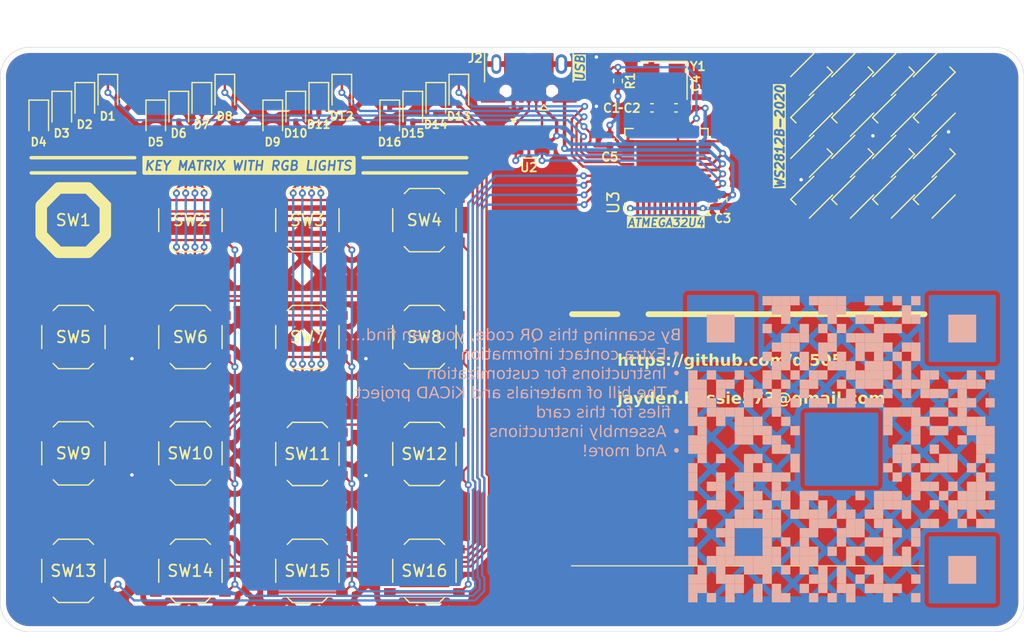
<source format=kicad_pcb>
(kicad_pcb (version 20240108) (generator "pcbnew") (generator_version "8.0")
  (layers (0 "F.Cu" signal) (31 "B.Cu" signal) (34 "B.Paste" user) (35 "F.Paste" user) (36 "B.SilkS" user "B.Silkscreen") (37 "F.SilkS" user "F.Silkscreen") (38 "B.Mask" user) (39 "F.Mask" user) (44 "Edge.Cuts" user))
  (net 0 "")
  (net 1 "GND")
  (net 2 "+5V")
  (net 3 "ROW1")
  (net 4 "Net-(D1-A)")
  (net 5 "Net-(D2-A)")
  (net 6 "Net-(D3-A)")
  (net 7 "Net-(D4-A)")
  (net 8 "Net-(D5-A)")
  (net 9 "ROW2")
  (net 10 "Net-(D6-A)")
  (net 11 "Net-(D7-A)")
  (net 12 "Net-(D8-A)")
  (net 13 "Net-(D9-A)")
  (net 14 "ROW3")
  (net 15 "Net-(D10-A)")
  (net 16 "Net-(D11-A)")
  (net 17 "Net-(D12-A)")
  (net 18 "Net-(D13-A)")
  (net 19 "ROW4")
  (net 20 "Net-(D14-A)")
  (net 21 "Net-(D15-A)")
  (net 22 "Net-(D16-A)")
  (net 23 "Net-(D18-DOUT)")
  (net 24 "Net-(D18-VDD)")
  (net 25 "RGB")
  (net 26 "Net-(D19-DOUT)")
  (net 27 "Net-(D20-DOUT)")
  (net 28 "Net-(D21-DOUT)")
  (net 29 "Net-(D22-DOUT)")
  (net 30 "Net-(D23-DOUT)")
  (net 31 "Net-(D24-DOUT)")
  (net 32 "Net-(D25-DOUT)")
  (net 33 "Net-(D26-DOUT)")
  (net 34 "Net-(D27-DOUT)")
  (net 35 "Net-(D28-DOUT)")
  (net 36 "Net-(D29-DOUT)")
  (net 37 "Net-(D30-DOUT)")
  (net 38 "Net-(D31-DOUT)")
  (net 39 "Net-(D32-DOUT)")
  (net 41 "USBLC6_DN")
  (net 42 "USBLC6_DP")
  (net 44 "USB_DP")
  (net 45 "USB_DN")
  (net 46 "COL1")
  (net 47 "COL2")
  (net 48 "COL3")
  (net 49 "COL4")
  (net 50 "Net-(U3-XTAL1)")
  (net 51 "Net-(U3-XTAL2)")
  (net 52 "USB_UCAP")
  (net 53 "RST")
  (footprint "LED_SMD:LED_WS2812B-2020_PLCC4_2.0x2.0mm" (layer "F.Cu") (at 197.206995 82.033421 45)
    (property "Reference" "D24" (hide yes))
    (property "Value" "WS2812B-2020")
  )
  (footprint "Diode_SMD:D_SOD-323" (layer "F.Cu") (at 126.53068 82.3166 -90)
    (property "Reference" "D4")
    (property "Value" "SOD-123")
  )
  (footprint "LED_SMD:LED_WS2812B-2020_PLCC4_2.0x2.0mm" (layer "F.Cu") (at 193.646901 85.589421 -135)
    (property "Reference" "D26" (hide yes))
    (property "Value" "WS2812B-2020")
  )
  (footprint "Button_Switch_SMD:SW_Push_1P1T_XKB_TS-1187A" (layer "F.Cu") (at 160.02 111.460003)
    (property "Reference" "SW12")
    (property "Value" "SW_Push")
  )
  (footprint "LED_SMD:LED_WS2812B-2020_PLCC4_2.0x2.0mm" (layer "F.Cu") (at 197.206995 78.477421 -135)
    (property "Reference" "D19" (hide yes))
    (property "Value" "WS2812B-2020")
  )
  (footprint "Diode_SMD:D_SOD-323" (layer "F.Cu") (at 138.69068 81.5546 -90)
    (property "Reference" "D6")
    (property "Value" "SOD-123")
  )
  (footprint "Capacitor_SMD:C_0402_1005Metric" (layer "F.Cu") (at 183.5658 80.9316 -90)
    (property "Reference" "C4")
    (property "Value" "0.1uF")
  )
  (footprint "Diode_SMD:D_SOD-323" (layer "F.Cu") (at 140.69068 80.7926 -90)
    (property "Reference" "D7")
    (property "Value" "SOD-123")
  )
  (footprint "Capacitor_SMD:C_0402_1005Metric" (layer "F.Cu") (at 185.928 89.421 90)
    (property "Reference" "C3")
    (property "Value" "0.1uF")
  )
  (footprint "LED_SMD:LED_WS2812B-2020_PLCC4_2.0x2.0mm" (layer "F.Cu") (at 193.646901 78.477421 -135)
    (property "Reference" "D18" (hide yes))
    (property "Value" "WS2812B-2020")
  )
  (footprint "Capacitor_SMD:C_0402_1005Metric" (layer "F.Cu") (at 179.7908 81.3816)
    (property "Reference" "C1")
    (property "Value" "10pF")
  )
  (footprint "Capacitor_SMD:C_0402_1005Metric" (layer "F.Cu") (at 181.8708 81.3816)
    (property "Reference" "C2")
    (property "Value" "10pF")
  )
  (footprint "LED_SMD:LED_WS2812B-2020_PLCC4_2.0x2.0mm" (layer "F.Cu") (at 200.758901 78.477421 -135)
    (property "Reference" "D20" (hide yes))
    (property "Value" "WS2812B-2020")
  )
  (footprint "LED_SMD:LED_WS2812B-2020_PLCC4_2.0x2.0mm" (layer "F.Cu") (at 200.758901 85.589421 -135)
    (property "Reference" "D28" (hide yes))
    (property "Value" "WS2812B-2020")
  )
  (footprint "Package_TO_SOT_SMD:SOT-23-6" (layer "F.Cu") (at 169.090401 84.187333)
    (property "Reference" "U2")
    (property "Value" "USBLC6-2SC6")
  )
  (footprint "Diode_SMD:D_SOD-323" (layer "F.Cu") (at 152.85068 80.077601 -90)
    (property "Reference" "D12")
    (property "Value" "SOD-123")
  )
  (footprint "Diode_SMD:D_SOD-323" (layer "F.Cu") (at 136.69068 82.3166 -90)
    (property "Reference" "D5")
    (property "Value" "SOD-123")
  )
  (footprint "Button_Switch_SMD:SW_Push_1P1T_XKB_TS-1187A" (layer "F.Cu") (at 160.02 101.300003)
    (property "Reference" "SW8")
    (property "Value" "SW_Push")
  )
  (footprint "LED_SMD:LED_WS2812B-2020_PLCC4_2.0x2.0mm" (layer "F.Cu") (at 200.758901 82.033421 45)
    (property "Reference" "D23" (hide yes))
    (property "Value" "WS2812B-2020")
  )
  (footprint "LED_SMD:LED_WS2812B-2020_PLCC4_2.0x2.0mm" (layer "F.Cu") (at 193.646901 82.033421 45)
    (property "Reference" "D25" (hide yes))
    (property "Value" "WS2812B-2020")
  )
  (footprint "LED_SMD:LED_WS2812B-2020_PLCC4_2.0x2.0mm" (layer "F.Cu") (at 197.206995 89.145421 45)
    (property "Reference" "D32" (hide yes))
    (property "Value" "WS2812B-2020")
  )
  (footprint "Connector_PinHeader_1.27mm:PinHeader_1x02_P1.27mm_Vertical" (layer "F.Cu") (at 175.5768 78.052201)
    (property "Reference" "J1" (hide yes))
    (property "Value" "RST")
  )
  (footprint "Button_Switch_SMD:SW_Push_1P1T_XKB_TS-1187A" (layer "F.Cu") (at 149.86 121.620003)
    (property "Reference" "SW15")
    (property "Value" "SW_Push")
  )
  (footprint "Diode_SMD:D_SOD-323" (layer "F.Cu") (at 130.53068 80.7926 -90)
    (property "Reference" "D2")
    (property "Value" "SOD-123")
  )
  (footprint "LED_SMD:LED_WS2812B-2020_PLCC4_2.0x2.0mm" (layer "F.Cu") (at 204.297689 85.589421 -135)
    (property "Reference" "D29" (hide yes))
    (property "Value" "WS2812B-2020")
  )
  (footprint "Button_Switch_SMD:SW_Push_1P1T_XKB_TS-1187A" (layer "F.Cu") (at 129.54 111.409)
    (property "Reference" "SW9")
    (property "Value" "SW_Push")
  )
  (footprint "Button_Switch_SMD:SW_Push_1P1T_XKB_TS-1187A" (layer "F.Cu") (at 149.86 91.140003)
    (property "Reference" "SW3")
    (property "Value" "SW_Push")
  )
  (footprint "Button_Switch_SMD:SW_Push_1P1T_XKB_TS-1187A" (layer "F.Cu") (at 139.7 111.409)
    (property "Reference" "SW10")
    (property "Value" "SW_Push")
  )
  (footprint "Capacitor_SMD:C_0402_1005Metric" (layer "F.Cu") (at 176.1236 84.151 90)
    (property "Reference" "C5")
    (property "Value" "0.1uF")
  )
  (footprint "Diode_SMD:D_SOD-323" (layer "F.Cu") (at 142.69068 80.0776 -90)
    (property "Reference" "D8")
    (property "Value" "SOD-123")
  )
  (footprint "Button_Switch_SMD:SW_Push_1P1T_XKB_TS-1187A" (layer "F.Cu") (at 149.86 101.300003)
    (property "Reference" "SW7")
    (property "Value" "SW_Push")
  )
  (footprint "Diode_SMD:D_SOD-323" (layer "F.Cu") (at 148.85068 81.5546 -90)
    (property "Reference" "D10")
    (property "Value" "SOD-123")
  )
  (footprint "LED_SMD:LED_WS2812B-2020_PLCC4_2.0x2.0mm" (layer "F.Cu") (at 204.297689 78.477421 -135)
    (property "Reference" "D21" (hide yes))
    (property "Value" "WS2812B-2020")
  )
  (footprint "Diode_SMD:D_SOD-323" (layer "F.Cu") (at 161.01068 80.7926 -90)
    (property "Reference" "D14")
    (property "Value" "SOD-123")
  )
  (footprint "Diode_SMD:D_SOD-323" (layer "F.Cu") (at 159.01068 81.5546 -90)
    (property "Reference" "D15")
    (property "Value" "SOD-123")
  )
  (footprint "Button_Switch_SMD:SW_Push_1P1T_XKB_TS-1187A" (layer "F.Cu") (at 139.7 121.620003)
    (property "Reference" "SW14")
    (property "Value" "SW_Push")
  )
  (footprint "Diode_SMD:D_SOD-323" (layer "F.Cu") (at 128.53068 81.5546 -90)
    (property "Reference" "D3")
    (property "Value" "SOD-123")
  )
  (footprint "Diode_SMD:D_SOD-323" (layer "F.Cu") (at 150.85068 80.7926 -90)
    (property "Reference" "D11")
    (property "Value" "SOD-123")
  )
  (footprint "Button_Switch_SMD:SW_Push_1P1T_XKB_TS-1187A" (layer "F.Cu") (at 139.7 91.140003)
    (property "Reference" "SW2")
    (property "Value" "SW_Push")
  )
  (footprint "LED_SMD:LED_WS2812B-2020_PLCC4_2.0x2.0mm" (layer "F.Cu") (at 204.297689 89.145421 45)
    (property "Reference" "D30" (hide yes))
    (property "Value" "WS2812B-2020")
  )
  (footprint "LED_SMD:LED_WS2812B-2020_PLCC4_2.0x2.0mm" (layer "F.Cu") (at 204.297689 82.033421 45)
    (property "Reference" "D22" (hide yes))
    (property "Value" "WS2812B-2020")
  )
  (footprint "Crystal:Crystal_SMD_3225-4Pin_3.2x2.5mm" (layer "F.Cu") (at 180.8308 78.994 180)
    (property "Reference" "Y1")
    (property "Value" "X322516MLB4SI")
  )
  (footprint "Button_Switch_SMD:SW_Push_1P1T_XKB_TS-1187A" (layer "F.Cu") (at 149.86 111.460003)
    (property "Reference" "SW11")
    (property "Value" "SW_Push")
  )
  (footprint "LED_SMD:LED_WS2812B-2020_PLCC4_2.0x2.0mm" (layer "F.Cu") (at 193.646901 89.145421 45)
    (property "Reference" "D33" (hide yes))
    (property "Value" "WS2812B-2020")
  )
  (footprint "Diode_SMD:D_SOD-323" (layer "F.Cu") (at 157.01068 82.3166 -90)
    (property "Reference" "D16")
    (property "Value" "SOD-123")
  )
  (footprint "Button_Switch_SMD:SW_Push_1P1T_XKB_TS-1187A" (layer "F.Cu") (at 160.02 121.620003)
    (property "Reference" "SW16")
    (property "Value" "SW_Push")
  )
  (footprint "Button_Switch_SMD:SW_Push_1P1T_XKB_TS-1187A" (layer "F.Cu") (at 160.02 91.140003)
    (property "Reference" "SW4")
    (property "Value" "SW_Push")
  )
  (footprint "Connector_USB:USB_Micro-B_XKB_U254-051T-4BH83-F1S" (layer "F.Cu") (at 169.090401 77.964333 180)
    (property "Reference" "J2")
    (property "Value" "USB_B_Micro")
  )
  (footprint "Diode_SMD:D_SOD-323" (layer "F.Cu") (at 132.53068 80.0776 -90)
    (property "Reference" "D1")
    (property "Value" "SOD-123")
  )
  (footprint "Diode_SMD:D_SOD-323" (layer "F.Cu") (at 146.85068 82.3166 -90)
    (property "Reference" "D9")
    (property "Value" "SOD-123")
  )
  (footprint "Diode_SMD:D_SOD-323" (layer "F.Cu") (at 163.01068 80.0776 -90)
    (property "Reference" "D13")
    (property "Value" "SOD-123")
  )
  (footprint "Package_DFN_QFN:QFN-44-1EP_7x7mm_P0.5mm_EP5.2x5.2mm" (layer "F.Cu") (at 181.0408 86.786 180)
    (property "Reference" "U3")
    (property "Value" "ATmega32U4-M")
  )
  (footprint "LED_SMD:LED_WS2812B-2020_PLCC4_2.0x2.0mm" (layer "F.Cu") (at 200.758901 89.145421 45)
    (property "Reference" "D31" (hide yes))
    (property "Value" "WS2812B-2020")
  )
  (footprint "Button_Switch_SMD:SW_Push_1P1T_XKB_TS-1187A" (layer "F.Cu") (at 139.7 101.300003)
    (property "Reference" "SW6")
    (property "Value" "SW_Push")
  )
  (footprint "Button_Switch_SMD:SW_Push_1P1T_XKB_TS-1187A" (layer "F.Cu") (at 129.54 121.620003)
    (property "Reference" "SW13")
    (property "Value" "SW_Push")
  )
  (footprint "LED_SMD:LED_WS2812B-2020_PLCC4_2.0x2.0mm" (layer "F.Cu") (at 197.206995 85.589421 -135)
    (property "Reference" "D27" (hide yes))
    (property "Value" "WS2812B-2020")
  )
  (footprint "Button_Switch_SMD:SW_Push_1P1T_XKB_TS-1187A" (layer "F.Cu") (at 129.529 91.140003)
    (property "Reference" "SW1")
    (property "Value" "SW_Push")
  )
  (footprint "Resistor_SMD:R_0402_1005Metric" (layer "F.Cu") (at 176.8348 79.042203 -90)
    (property "Reference" "R1")
    (property "Value" "10k")
  )
  (footprint "Button_Switch_SMD:SW_Push_1P1T_XKB_TS-1187A" (layer "F.Cu") (at 129.54 101.300003)
    (property "Reference" "SW5")
    (property "Value" "SW_Push")
  )
  (gr_poly (pts (xy 200.676835 119.518476) (xy 199.870155 119.518476) (xy 199.870155 118.711795) (xy 200.676835 118.711795)) (stroke (width -0.000001)) (fill solid) (layer "B.SilkS"))
  (gr_poly (pts (xy 183.737054 106.611971) (xy 182.930373 106.611971) (xy 182.930373 105.805322) (xy 183.737054 105.805322)) (stroke (width -0.000001)) (fill solid) (layer "B.SilkS"))
  (gr_poly (pts (xy 194.223582 120.32516) (xy 193.416901 120.32516) (xy 193.416901 119.518478) (xy 194.223582 119.518478)) (stroke (width -0.000001)) (fill solid) (layer "B.SilkS"))
  (gr_poly (pts (xy 190.190308 121.131774) (xy 189.383626 121.131774) (xy 189.383626 120.325126) (xy 190.190308 120.325126)) (stroke (width -0.000001)) (fill solid) (layer "B.SilkS"))
  (gr_poly (pts (xy 190.996924 123.551753) (xy 190.190274 123.551753) (xy 190.190274 122.745073) (xy 190.996924 122.745073)) (stroke (width -0.000001)) (fill solid) (layer "B.SilkS"))
  (gr_poly (pts (xy 190.190308 98.545388) (xy 189.383626 98.545388) (xy 189.383626 97.73874) (xy 190.190308 97.73874)) (stroke (width -0.000001)) (fill solid) (layer "B.SilkS"))
  (gr_poly (pts (xy 183.737054 107.418653) (xy 182.930373 107.418653) (xy 182.930373 106.611971) (xy 183.737054 106.611971)) (stroke (width -0.000001)) (fill solid) (layer "B.SilkS"))
  (gr_poly (pts (xy 189.383625 106.611971) (xy 188.576978 106.611971) (xy 188.576978 105.805322) (xy 189.383625 105.805322)) (stroke (width -0.000001)) (fill solid) (layer "B.SilkS"))
  (gr_poly (pts (xy 184.543702 121.938455) (xy 183.737021 121.938455) (xy 183.737021 121.131774) (xy 184.543702 121.131774)) (stroke (width -0.000001)) (fill solid) (layer "B.SilkS"))
  (gr_poly (pts (xy 191.803604 104.19196) (xy 190.996924 104.19196) (xy 190.996924 103.385312) (xy 191.803604 103.385312)) (stroke (width -0.000001)) (fill solid) (layer "B.SilkS"))
  (gr_poly (pts (xy 194.223582 98.545388) (xy 193.416901 98.545388) (xy 193.416901 97.73874) (xy 194.223582 97.73874)) (stroke (width -0.000001)) (fill solid) (layer "B.SilkS"))
  (gr_poly (pts (xy 191.803604 100.158685) (xy 190.996924 100.158685) (xy 190.996924 99.352036) (xy 191.803604 99.352036)) (stroke (width -0.000001)) (fill solid) (layer "B.SilkS"))
  (gr_poly (pts (xy 195.03023 102.578663) (xy 194.223549 102.578663) (xy 194.223549 101.772015) (xy 195.03023 101.772015)) (stroke (width -0.000001)) (fill solid) (layer "B.SilkS"))
  (gr_poly (pts (xy 186.963648 122.745105) (xy 186.156999 122.745105) (xy 186.156999 121.938455) (xy 186.963648 121.938455)) (stroke (width -0.000001)) (fill solid) (layer "B.SilkS"))
  (gr_poly (pts (xy 199.063539 123.551753) (xy 198.256858 123.551753) (xy 198.256858 122.745073) (xy 199.063539 122.745073)) (stroke (width -0.000001)) (fill solid) (layer "B.SilkS"))
  (gr_poly (pts (xy 208.743386 113.871906) (xy 207.936706 113.871906) (xy 207.936706 113.065225) (xy 208.743386 113.065225)) (stroke (width -0.000001)) (fill solid) (layer "B.SilkS"))
  (gr_poly (pts (xy 202.290132 112.258544) (xy 201.483451 112.258544) (xy 201.483451 111.451894) (xy 202.290132 111.451894)) (stroke (width -0.000001)) (fill solid) (layer "B.SilkS"))
  (gr_poly (pts (xy 207.936738 115.485202) (xy 207.130088 115.485202) (xy 207.130088 114.678522) (xy 207.936738 114.678522)) (stroke (width -0.000001)) (fill solid) (layer "B.SilkS"))
  (gr_poly (pts (xy 191.803604 111.451927) (xy 190.996924 111.451927) (xy 190.996924 110.645246) (xy 191.803604 110.645246)) (stroke (width -0.000001)) (fill solid) (layer "B.SilkS"))
  (gr_poly (pts (xy 197.450177 101.772015) (xy 196.643527 101.772015) (xy 196.643527 100.965366) (xy 197.450177 100.965366)) (stroke (width -0.000001)) (fill solid) (layer "B.SilkS"))
  (gr_poly (pts (xy 199.870156 119.518476) (xy 199.063506 119.518476) (xy 199.063506 118.711795) (xy 199.870156 118.711795)) (stroke (width -0.000001)) (fill solid) (layer "B.SilkS"))
  (gr_poly (pts (xy 207.130088 107.418653) (xy 206.323407 107.418653) (xy 206.323407 106.611971) (xy 207.130088 106.611971)) (stroke (width -0.000001)) (fill solid) (layer "B.SilkS"))
  (gr_poly (pts (xy 186.156999 117.905179) (xy 186.156998 117.098498) (xy 186.963649 117.098498) (xy 186.963648 117.905179)) (stroke (width -0.000001)) (fill solid) (layer "B.SilkS"))
  (gr_poly (pts (xy 186.157 114.678523) (xy 185.350318 114.678523) (xy 185.350318 113.871873) (xy 186.157 113.871873)) (stroke (width -0.000001)) (fill solid) (layer "B.SilkS"))
  (gr_poly (pts (xy 199.063539 102.578663) (xy 198.256858 102.578663) (xy 198.256858 101.772015) (xy 199.063539 101.772015)) (stroke (width -0.000001)) (fill solid) (layer "B.SilkS"))
  (gr_poly (pts (xy 199.063539 104.19196) (xy 198.256858 104.19196) (xy 198.256858 103.385312) (xy 199.063539 103.385312)) (stroke (width -0.000001)) (fill solid) (layer "B.SilkS"))
  (gr_poly (pts (xy 186.963648 119.518476) (xy 186.156999 119.518476) (xy 186.156999 118.711795) (xy 186.963648 118.711795)) (stroke (width -0.000001)) (fill solid) (layer "B.SilkS"))
  (gr_poly (pts (xy 202.290132 117.098499) (xy 201.483451 117.098499) (xy 201.483451 116.291818) (xy 202.290132 116.291818)) (stroke (width -0.000001)) (fill solid) (layer "B.SilkS"))
  (gr_poly (pts (xy 191.803604 119.518476) (xy 190.996924 119.518476) (xy 190.996924 118.711795) (xy 191.803604 118.711795)) (stroke (width -0.000001)) (fill solid) (layer "B.SilkS"))
  (gr_poly (pts (xy 197.450177 106.611971) (xy 196.643527 106.611971) (xy 196.643527 105.805322) (xy 197.450177 105.805322)) (stroke (width -0.000001)) (fill solid) (layer "B.SilkS"))
  (gr_poly (pts (xy 194.223582 104.998675) (xy 193.416901 104.998675) (xy 193.416901 104.191993) (xy 194.223582 104.191993)) (stroke (width -0.000001)) (fill solid) (layer "B.SilkS"))
  (gr_poly (pts (xy 192.610286 104.998675) (xy 191.803604 104.998675) (xy 191.803604 104.191993) (xy 192.610286 104.191993)) (stroke (width -0.000001)) (fill solid) (layer "B.SilkS"))
  (gr_poly (pts (xy 206.323407 114.678523) (xy 205.516759 114.678523) (xy 205.516759 113.871873) (xy 206.323407 113.871873)) (stroke (width -0.000001)) (fill solid) (layer "B.SilkS"))
  (gr_poly (pts (xy 193.4169 117.098499) (xy 192.610253 117.098499) (xy 192.610253 116.291818) (xy 193.4169 116.291818)) (stroke (width -0.000001)) (fill solid) (layer "B.SilkS"))
  (gr_poly (pts (xy 199.870156 107.418653) (xy 199.063506 107.418653) (xy 199.063506 106.611971) (xy 199.870156 106.611971)) (stroke (width -0.000001)) (fill solid) (layer "B.SilkS"))
  (gr_poly (pts (xy 189.383625 117.905181) (xy 188.576978 117.905181) (xy 188.576978 117.098499) (xy 189.383625 117.098499)) (stroke (width -0.000001)) (fill solid) (layer "B.SilkS"))
  (gr_poly (pts (xy 195.836879 102.578663) (xy 195.030231 102.578663) (xy 195.030231 101.772015) (xy 195.836879 101.772015)) (stroke (width -0.000001)) (fill solid) (layer "B.SilkS"))
  (gr_poly (pts (xy 207.936738 104.998675) (xy 207.130088 104.998675) (xy 207.130088 104.191993) (xy 207.936738 104.191993)) (stroke (width -0.000001)) (fill solid) (layer "B.SilkS"))
  (gr_poly (pts (xy 183.737054 114.678523) (xy 182.930373 114.678523) (xy 182.930373 113.871873) (xy 183.737054 113.871873)) (stroke (width -0.000001)) (fill solid) (layer "B.SilkS"))
  (gr_poly (pts (xy 189.383625 121.938455) (xy 188.576978 121.938455) (xy 188.576978 121.131774) (xy 189.383625 121.131774)) (stroke (width -0.000001)) (fill solid) (layer "B.SilkS"))
  (gr_poly (pts (xy 186.963648 121.131774) (xy 186.156999 121.131774) (xy 186.156999 120.325126) (xy 186.963648 120.325126)) (stroke (width -0.000001)) (fill solid) (layer "B.SilkS"))
  (gr_poly (pts (xy 188.576978 109.838597) (xy 187.770296 109.838597) (xy 187.770296 109.031916) (xy 188.576978 109.031916)) (stroke (width -0.000001)) (fill solid) (layer "B.SilkS"))
  (gr_poly (pts (xy 195.836879 99.352036) (xy 195.030231 99.352036) (xy 195.030231 98.545388) (xy 195.836879 98.545388)) (stroke (width -0.000001)) (fill solid) (layer "B.SilkS"))
  (gr_poly (pts (xy 199.870156 100.965367) (xy 199.063506 100.965367) (xy 199.063506 100.158685) (xy 199.870156 100.158685)) (stroke (width -0.000001)) (fill solid) (layer "B.SilkS"))
  (gr_poly (pts (xy 188.576978 112.258544) (xy 187.770296 112.258544) (xy 187.770296 111.451894) (xy 188.576978 111.451894)) (stroke (width -0.000001)) (fill solid) (layer "B.SilkS"))
  (gr_poly (pts (xy 187.77033 123.551753) (xy 186.963648 123.551753) (xy 186.963648 122.745073) (xy 187.77033 122.745073)) (stroke (width -0.000001)) (fill solid) (layer "B.SilkS"))
  (gr_poly (pts (xy 200.676835 123.551753) (xy 199.870155 123.551753) (xy 199.870155 122.745073) (xy 200.676835 122.745073)) (stroke (width -0.000001)) (fill solid) (layer "B.SilkS"))
  (gr_poly (pts (xy 200.676835 113.065225) (xy 199.870155 113.065225) (xy 199.870155 112.258544) (xy 200.676835 112.258544)) (stroke (width -0.000001)) (fill solid) (layer "B.SilkS"))
  (gr_poly (pts (xy 204.710109 104.998675) (xy 203.903428 104.998675) (xy 203.903428 104.191993) (xy 204.710109 104.191993)) (stroke (width -0.000001)) (fill solid) (layer "B.SilkS"))
  (gr_poly (pts (xy 190.996924 110.645246) (xy 190.190274 110.645246) (xy 190.190274 109.838598) (xy 190.996924 109.838598)) (stroke (width -0.000001)) (fill solid) (layer "B.SilkS"))
  (gr_poly (pts (xy 201.483451 100.965367) (xy 200.676803 100.965367) (xy 200.676803 100.158685) (xy 201.483451 100.158685)) (stroke (width -0.000001)) (fill solid) (layer "B.SilkS"))
  (gr_poly (pts (xy 204.710109 114.678523) (xy 203.903428 114.678523) (xy 203.903428 113.871873) (xy 204.710109 113.871873)) (stroke (width -0.000001)) (fill solid) (layer "B.SilkS"))
  (gr_poly (pts (xy 191.803604 105.805322) (xy 190.996924 105.805322) (xy 190.996924 104.998641) (xy 191.803604 104.998641)) (stroke (width -0.000001)) (fill solid) (layer "B.SilkS"))
  (gr_poly (pts (xy 199.870156 104.998675) (xy 199.063506 104.998675) (xy 199.063506 104.191993) (xy 199.870156 104.191993)) (stroke (width -0.000001)) (fill solid) (layer "B.SilkS"))
  (gr_poly (pts (xy 188.576978 115.485202) (xy 187.770296 115.485202) (xy 187.770296 114.678522) (xy 188.576978 114.678522)) (stroke (width -0.000001)) (fill solid) (layer "B.SilkS"))
  (gr_poly (pts (xy 199.870156 103.385312) (xy 199.063506 103.385312) (xy 199.063506 102.578663) (xy 199.870156 102.578663)) (stroke (width -0.000001)) (fill solid) (layer "B.SilkS"))
  (gr_poly (pts (xy 193.4169 123.551753) (xy 192.610253 123.551753) (xy 192.610253 122.745073) (xy 193.4169 122.745073)) (stroke (width -0.000001)) (fill solid) (layer "B.SilkS"))
  (gr_poly (pts (xy 195.03023 122.745105) (xy 194.223549 122.745105) (xy 194.223549 121.938455) (xy 195.03023 121.938455)) (stroke (width -0.000001)) (fill solid) (layer "B.SilkS"))
  (gr_poly (pts (xy 203.90343 104.998675) (xy 203.096782 104.998675) (xy 203.096782 104.191993) (xy 203.90343 104.191993)) (stroke (width -0.000001)) (fill solid) (layer "B.SilkS"))
  (gr_poly (pts (xy 203.096814 118.711797) (xy 202.290132 118.711797) (xy 202.290132 117.905149) (xy 203.096814 117.905149)) (stroke (width -0.000001)) (fill solid) (layer "B.SilkS"))
  (gr_poly (pts (xy 183.737054 113.871906) (xy 182.930373 113.871906) (xy 182.930373 113.065225) (xy 183.737054 113.065225)) (stroke (width -0.000001)) (fill solid) (layer "B.SilkS"))
  (gr_poly (pts (xy 186.157 106.611971) (xy 185.350318 106.611971) (xy 185.350318 105.805322) (xy 186.157 105.805322)) (stroke (width -0.000001)) (fill solid) (layer "B.SilkS"))
  (gr_poly (pts (xy 184.543702 122.745105) (xy 183.737021 122.745105) (xy 183.737021 121.938455) (xy 184.543702 121.938455)) (stroke (width -0.000001)) (fill solid) (layer "B.SilkS"))
  (gr_poly (pts (xy 190.190308 113.065225) (xy 189.383626 113.065225) (xy 189.383626 112.258544) (xy 190.190308 112.258544)) (stroke (width -0.000001)) (fill solid) (layer "B.SilkS"))
  (gr_poly (pts (xy 203.096814 103.385312) (xy 202.290132 103.385312) (xy 202.290132 102.578663) (xy 203.096814 102.578663)) (stroke (width -0.000001)) (fill solid) (layer "B.SilkS"))
  (gr_poly (pts (xy 190.996924 99.352036) (xy 190.190274 99.352036) (xy 190.190274 98.545388) (xy 190.996924 98.545388)) (stroke (width -0.000001)) (fill solid) (layer "B.SilkS"))
  (gr_poly (pts (xy 196.64356 99.352036) (xy 195.836879 99.352036) (xy 195.836879 98.545388) (xy 196.64356 98.545388)) (stroke (width -0.000001)) (fill solid) (layer "B.SilkS"))
  (gr_poly (pts (xy 197.450177 107.418653) (xy 196.643527 107.418653) (xy 196.643527 106.611971) (xy 197.450177 106.611971)) (stroke (width -0.000001)) (fill solid) (layer "B.SilkS"))
  (gr_poly (pts (xy 198.256858 103.385312) (xy 197.450177 103.385312) (xy 197.450177 102.578663) (xy 198.256858 102.578663)) (stroke (width -0.000001)) (fill solid) (layer "B.SilkS"))
  (gr_poly (pts (xy 184.543702 111.451927) (xy 183.737021 111.451927) (xy 183.737021 110.645246) (xy 184.543702 110.645246)) (stroke (width -0.000001)) (fill solid) (layer "B.SilkS"))
  (gr_poly (pts (xy 203.90343 114.678523) (xy 203.096782 114.678523) (xy 203.096782 113.871873) (xy 203.90343 113.871873)) (stroke (width -0.000001)) (fill solid) (layer "B.SilkS"))
  (gr_poly (pts (xy 190.190308 110.645246) (xy 189.383626 110.645246) (xy 189.383626 109.838598) (xy 190.190308 109.838598)) (stroke (width -0.000001)) (fill solid) (layer "B.SilkS"))
  (gr_poly (pts (xy 209.550035 107.418653) (xy 208.743386 107.418653) (xy 208.743386 106.611971) (xy 209.550035 106.611971)) (stroke (width -0.000001)) (fill solid) (layer "B.SilkS"))
  (gr_poly (pts (xy 186.157 120.32516) (xy 185.350318 120.32516) (xy 185.350318 119.518478) (xy 186.157 119.518478)) (stroke (width -0.000001)) (fill solid) (layer "B.SilkS"))
  (gr_poly (pts (xy 208.743386 114.678523) (xy 207.936706 114.678523) (xy 207.936706 113.871873) (xy 208.743386 113.871873)) (stroke (width -0.000001)) (fill solid) (layer "B.SilkS"))
  (gr_poly (pts (xy 204.710109 106.611971) (xy 203.903428 106.611971) (xy 203.903428 105.805322) (xy 204.710109 105.805322)) (stroke (width -0.000001)) (fill solid) (layer "B.SilkS"))
  (gr_poly (pts (xy 203.096814 119.518476) (xy 202.290132 119.518476) (xy 202.290132 118.711795) (xy 203.096814 118.711795)) (stroke (width -0.000001)) (fill solid) (layer "B.SilkS"))
  (gr_poly (pts (xy 194.223582 118.711797) (xy 193.416901 118.711797) (xy 193.416901 117.905149) (xy 194.223582 117.905149)) (stroke (width -0.000001)) (fill solid) (layer "B.SilkS"))
  (gr_poly (pts (xy 192.610286 98.545388) (xy 191.803604 98.545388) (xy 191.803604 97.73874) (xy 192.610286 97.73874)) (stroke (width -0.000001)) (fill solid) (layer "B.SilkS"))
  (gr_poly (pts (xy 190.190308 122.745105) (xy 189.383626 122.745105) (xy 189.383626 121.938455) (xy 190.190308 121.938455)) (stroke (width -0.000001)) (fill solid) (layer "B.SilkS"))
  (gr_poly (pts (xy 203.096814 100.158685) (xy 202.290132 100.158685) (xy 202.290132 99.352036) (xy 203.096814 99.352036)) (stroke (width -0.000001)) (fill solid) (layer "B.SilkS"))
  (gr_poly (pts (xy 191.803604 103.385312) (xy 190.996924 103.385312) (xy 190.996924 102.578663) (xy 191.803604 102.578663)) (stroke (width -0.000001)) (fill solid) (layer "B.SilkS"))
  (gr_poly (pts (xy 208.743386 112.258544) (xy 207.936706 112.258544) (xy 207.936706 111.451894) (xy 208.743386 111.451894)) (stroke (width -0.000001)) (fill solid) (layer "B.SilkS"))
  (gr_poly (pts (xy 184.543702 117.905181) (xy 183.737021 117.905181) (xy 183.737021 117.098499) (xy 184.543702 117.098499)) (stroke (width -0.000001)) (fill solid) (layer "B.SilkS"))
  (gr_poly (pts (xy 183.737054 118.711797) (xy 182.930373 118.711797) (xy 182.930373 117.905149) (xy 183.737054 117.905149)) (stroke (width -0.000001)) (fill solid) (layer "B.SilkS"))
  (gr_poly (pts (xy 202.290132 102.578663) (xy 201.483451 102.578663) (xy 201.483451 101.772015) (xy 202.290132 101.772015)) (stroke (width -0.000001)) (fill solid) (layer "B.SilkS"))
  (gr_poly (pts (xy 195.836879 117.905181) (xy 195.030231 117.905181) (xy 195.030231 117.098499) (xy 195.836879 117.098499)) (stroke (width -0.000001)) (fill solid) (layer "B.SilkS"))
  (gr_poly (pts (xy 191.803604 124.358434) (xy 190.996924 124.358434) (xy 190.996924 123.551753) (xy 191.803604 123.551753)) (stroke (width -0.000001)) (fill solid) (layer "B.SilkS"))
  (gr_poly (pts (xy 195.836879 101.772015) (xy 195.030231 101.772015) (xy 195.030231 100.965366) (xy 195.836879 100.965366)) (stroke (width -0.000001)) (fill solid) (layer "B.SilkS"))
  (gr_poly (pts (xy 196.64356 107.418653) (xy 195.836879 107.418653) (xy 195.836879 106.611971) (xy 196.64356 106.611971)) (stroke (width -0.000001)) (fill solid) (layer "B.SilkS"))
  (gr_poly (pts (xy 203.096814 112.258544) (xy 202.290132 112.258544) (xy 202.290132 111.451894) (xy 203.096814 111.451894)) (stroke (width -0.000001)) (fill solid) (layer "B.SilkS"))
  (gr_poly (pts (xy 195.836879 104.19196) (xy 195.030231 104.19196) (xy 195.030231 103.385312) (xy 195.836879 103.385312)) (stroke (width -0.000001)) (fill solid) (layer "B.SilkS"))
  (gr_poly (pts (xy 197.450177 121.131774) (xy 196.643527 121.131774) (xy 196.643527 120.325126) (xy 197.450177 120.325126)) (stroke (width -0.000001)) (fill solid) (layer "B.SilkS"))
  (gr_poly (pts (xy 193.4169 119.518476) (xy 192.610253 119.518476) (xy 192.610253 118.711795) (xy 193.4169 118.711795)) (stroke (width -0.000001)) (fill solid) (layer "B.SilkS"))
  (gr_poly (pts (xy 200.676835 104.998675) (xy 199.870155 104.998675) (xy 199.870155 104.191993) (xy 200.676835 104.191993)) (stroke (width -0.000001)) (fill solid) (layer "B.SilkS"))
  (gr_poly (pts (xy 202.290132 120.32516) (xy 201.483451 120.32516) (xy 201.483451 119.518478) (xy 202.290132 119.518478)) (stroke (width -0.000001)) (fill solid) (layer "B.SilkS"))
  (gr_poly (pts (xy 203.096814 114.678523) (xy 202.290132 114.678523) (xy 202.290132 113.871873) (xy 203.096814 113.871873)) (stroke (width -0.000001)) (fill solid) (layer "B.SilkS"))
  (gr_poly (pts (xy 199.870156 123.551753) (xy 199.063506 123.551753) (xy 199.063506 122.745073) (xy 199.870156 122.745073)) (stroke (width -0.000001)) (fill solid) (layer "B.SilkS"))
  (gr_poly (pts (xy 195.03023 117.098499) (xy 194.223549 117.098499) (xy 194.223549 116.291818) (xy 195.03023 116.291818)) (stroke (width -0.000001)) (fill solid) (layer "B.SilkS"))
  (gr_poly (pts (xy 188.576978 105.805322) (xy 187.770296 105.805322) (xy 187.770296 104.998641) (xy 188.576978 104.998641)) (stroke (width -0.000001)) (fill solid) (layer "B.SilkS"))
  (gr_poly (pts (xy 188.576978 114.678523) (xy 187.770296 114.678523) (xy 187.770296 113.871873) (xy 188.576978 113.871873)) (stroke (width -0.000001)) (fill solid) (layer "B.SilkS"))
  (gr_poly (pts (xy 183.737054 104.998675) (xy 182.930373 104.998675) (xy 182.930373 104.191993) (xy 183.737054 104.191993)) (stroke (width -0.000001)) (fill solid) (layer "B.SilkS"))
  (gr_poly (pts (xy 200.676835 116.291818) (xy 199.870155 116.291818) (xy 199.870155 115.48517) (xy 200.676835 115.48517)) (stroke (width -0.000001)) (fill solid) (layer "B.SilkS"))
  (gr_poly (pts (xy 197.450177 124.358434) (xy 196.643527 124.358434) (xy 196.643527 123.551753) (xy 197.450177 123.551753)) (stroke (width -0.000001)) (fill solid) (layer "B.SilkS"))
  (gr_poly (pts (xy 209.550035 104.998675) (xy 208.743386 104.998675) (xy 208.743386 104.191993) (xy 209.550035 104.191993)) (stroke (width -0.000001)) (fill solid) (layer "B.SilkS"))
  (gr_poly (pts (xy 207.130088 117.905181) (xy 206.323407 117.905181) (xy 206.323407 117.098499) (xy 207.130088 117.098499)) (stroke (width -0.000001)) (fill solid) (layer "B.SilkS"))
  (gr_poly (pts (xy 202.290132 99.352036) (xy 201.483451 99.352036) (xy 201.483451 98.545388) (xy 202.290132 98.545388)) (stroke (width -0.000001)) (fill solid) (layer "B.SilkS"))
  (gr_poly (pts (xy 201.483451 115.485202) (xy 200.676803 115.485202) (xy 200.676803 114.678522) (xy 201.483451 114.678522)) (stroke (width -0.000001)) (fill solid) (layer "B.SilkS"))
  (gr_poly (pts (xy 206.323407 117.098499) (xy 205.516759 117.098499) (xy 205.516759 116.291818) (xy 206.323407 116.291818)) (stroke (width -0.000001)) (fill solid) (layer "B.SilkS"))
  (gr_poly (pts (xy 207.936738 113.065225) (xy 207.130088 113.065225) (xy 207.130088 112.258544) (xy 207.936738 112.258544)) (stroke (width -0.000001)) (fill solid) (layer "B.SilkS"))
  (gr_poly (pts (xy 202.290132 104.19196) (xy 201.483451 104.19196) (xy 201.483451 103.385312) (xy 202.290132 103.385312)) (stroke (width -0.000001)) (fill solid) (layer "B.SilkS"))
  (gr_poly (pts (xy 203.90343 113.065225) (xy 203.096782 113.065225) (xy 203.096782 112.258544) (xy 203.90343 112.258544)) (stroke (width -0.000001)) (fill solid) (layer "B.SilkS"))
  (gr_poly (pts (xy 183.737054 105.805322) (xy 182.930373 105.805322) (xy 182.930373 104.998641) (xy 183.737054 104.998641)) (stroke (width -0.000001)) (fill solid) (layer "B.SilkS"))
  (gr_poly (pts (xy 205.516793 108.225267) (xy 204.710111 108.225267) (xy 204.710111 107.41862) (xy 205.516793 107.41862)) (stroke (width -0.000001)) (fill solid) (layer "B.SilkS"))
  (gr_poly (pts (xy 200.676835 121.131774) (xy 199.870155 121.131774) (xy 199.870155 120.325126) (xy 200.676835 120.325126)) (stroke (width -0.000001)) (fill solid) (layer "B.SilkS"))
  (gr_poly (pts (xy 201.483451 118.711797) (xy 200.676803 118.711797) (xy 200.676803 117.905149) (xy 201.483451 117.905149)) (stroke (width -0.000001)) (fill solid) (layer "B.SilkS"))
  (gr_poly (pts (xy 187.77033 104.998675) (xy 186.963648 104.998675) (xy 186.963648 104.191993) (xy 187.77033 104.191993)) (stroke (width -0.000001)) (fill solid) (layer "B.SilkS"))
  (gr_poly (pts (xy 189.383625 116.291818) (xy 188.576978 116.291818) (xy 188.576978 115.48517) (xy 189.383625 115.48517)) (stroke (width -0.000001)) (fill solid) (layer "B.SilkS"))
  (gr_poly (pts (xy 196.64356 122.745105) (xy 195.836879 122.745105) (xy 195.836879 121.938455) (xy 196.64356 121.938455)) (stroke (width -0.000001)) (fill solid) (layer "B.SilkS"))
  (gr_poly (pts (xy 190.996924 106.611971) (xy 190.190274 106.611971) (xy 190.190274 105.805322) (xy 190.996924 105.805322)) (stroke (width -0.000001)) (fill solid) (layer "B.SilkS"))
  (gr_poly (pts (xy 192.610286 121.131774) (xy 191.803604 121.131774) (xy 191.803604 120.325126) (xy 192.610286 120.325126)) (stroke (width -0.000001)) (fill solid) (layer "B.SilkS"))
  (gr_poly (pts (xy 183.737054 116.291818) (xy 182.930373 116.291818) (xy 182.930373 115.48517) (xy 183.737054 115.48517)) (stroke (width -0.000001)) (fill solid) (layer "B.SilkS"))
  (gr_poly (pts (xy 199.063539 121.938455) (xy 198.256858 121.938455) (xy 198.256858 121.131774) (xy 199.063539 121.131774)) (stroke (width -0.000001)) (fill solid) (layer "B.SilkS"))
  (gr_poly (pts (xy 183.737054 120.32516) (xy 182.930373 120.32516) (xy 182.930373 119.518478) (xy 183.737054 119.518478)) (stroke (width -0.000001)) (fill solid) (layer "B.SilkS"))
  (gr_poly (pts (xy 197.450177 104.19196) (xy 196.643527 104.19196) (xy 196.643527 103.385312) (xy 197.450177 103.385312)) (stroke (width -0.000001)) (fill solid) (layer "B.SilkS"))
  (gr_poly (pts (xy 190.996924 124.358434) (xy 190.190274 124.358434) (xy 190.190274 123.551753) (xy 190.996924 123.551753)) (stroke (width -0.000001)) (fill solid) (layer "B.SilkS"))
  (gr_poly (pts (xy 188.576978 109.031949) (xy 187.770296 109.031949) (xy 187.770296 108.225268) (xy 188.576978 108.225268)) (stroke (width -0.000001)) (fill solid) (layer "B.SilkS"))
  (gr_poly (pts (xy 185.350351 121.131774) (xy 184.543702 121.131774) (xy 184.543702 120.325126) (xy 185.350351 120.325126)) (stroke (width -0.000001)) (fill solid) (layer "B.SilkS"))
  (gr_poly (pts (xy 203.096814 102.578663) (xy 202.290132 102.578663) (xy 202.290132 101.772015) (xy 203.096814 101.772015)) (stroke (width -0.000001)) (fill solid) (layer "B.SilkS"))
  (gr_poly (pts (xy 209.550035 111.451927) (xy 208.743386 111.451927) (xy 208.743386 110.645246) (xy 209.550035 110.645246)) (stroke (width -0.000001)) (fill solid) (layer "B.SilkS"))
  (gr_poly (pts (xy 205.516793 109.838597) (xy 204.710111 109.838597) (xy 204.710111 109.031916) (xy 205.516793 109.031916)) (stroke (width -0.000001)) (fill solid) (layer "B.SilkS"))
  (gr_poly (pts (xy 195.03023 116.291818) (xy 194.223549 116.291818) (xy 194.223549 115.48517) (xy 195.03023 115.48517)) (stroke (width -0.000001)) (fill solid) (layer "B.SilkS"))
  (gr_poly (pts (xy 184.543702 109.031949) (xy 183.737021 109.031949) (xy 183.737021 108.225268) (xy 184.543702 108.225268)) (stroke (width -0.000001)) (fill solid) (layer "B.SilkS"))
  (gr_poly (pts (xy 186.963648 123.551753) (xy 186.156999 123.551753) (xy 186.156999 122.745073) (xy 186.963648 122.745073)) (stroke (width -0.000001)) (fill solid) (layer "B.SilkS"))
  (gr_poly (pts (xy 202.290132 116.291818) (xy 201.483451 116.291818) (xy 201.483451 115.48517) (xy 202.290132 115.48517)) (stroke (width -0.000001)) (fill solid) (layer "B.SilkS"))
  (gr_poly (pts (xy 199.870156 104.19196) (xy 199.063506 104.19196) (xy 199.063506 103.385312) (xy 199.870156 103.385312)) (stroke (width -0.000001)) (fill solid) (layer "B.SilkS"))
  (gr_poly (pts (xy 200.676835 120.32516) (xy 199.870155 120.32516) (xy 199.870155 119.518478) (xy 200.676835 119.518478)) (stroke (width -0.000001)) (fill solid) (layer "B.SilkS"))
  (gr_poly (pts (xy 207.130088 105.805322) (xy 206.323407 105.805322) (xy 206.323407 104.998641) (xy 207.130088 104.998641)) (stroke (width -0.000001)) (fill solid) (layer "B.SilkS"))
  (gr_poly (pts (xy 191.803604 115.485202) (xy 190.996924 115.485202) (xy 190.996924 114.678522) (xy 191.803604 114.678522)) (stroke (width -0.000001)) (fill solid) (layer "B.SilkS"))
  (gr_poly (pts (xy 186.157 118.711797) (xy 185.350318 118.711797) (xy 185.350318 117.905149) (xy 186.157 117.905149)) (stroke (width -0.000001)) (fill solid) (layer "B.SilkS"))
  (gr_poly (pts (xy 205.516793 115.485202) (xy 204.710111 115.485202) (xy 204.710111 114.678522) (xy 205.516793 114.678522)) (stroke (width -0.000001)) (fill solid) (layer "B.SilkS"))
  (gr_poly (pts (xy 198.256858 104.998675) (xy 197.450177 104.998675) (xy 197.450177 104.191993) (xy 198.256858 104.191993)) (stroke (width -0.000001)) (fill solid) (layer "B.SilkS"))
  (gr_poly (pts (xy 190.190308 113.871906) (xy 189.383626 113.871906) (xy 189.383626 113.065225) (xy 190.190308 113.065225)) (stroke (width -0.000001)) (fill solid) (layer "B.SilkS"))
  (gr_poly (pts (xy 198.256858 118.711797) (xy 197.450177 118.711797) (xy 197.450177 117.905149) (xy 198.256858 117.905149)) (stroke (width -0.000001)) (fill solid) (layer "B.SilkS"))
  (gr_poly (pts (xy 207.130088 109.031949) (xy 206.323407 109.031949) (xy 206.323407 108.225268) (xy 207.130088 108.225268)) (stroke (width -0.000001)) (fill solid) (layer "B.SilkS"))
  (gr_poly (pts (xy 209.550035 116.291818) (xy 208.743386 116.291818) (xy 208.743386 115.48517) (xy 209.550035 115.48517)) (stroke (width -0.000001)) (fill solid) (layer "B.SilkS"))
  (gr_poly (pts (xy 209.550035 114.678523) (xy 208.743386 114.678523) (xy 208.743386 113.871873) (xy 209.550035 113.871873)) (stroke (width -0.000001)) (fill solid) (layer "B.SilkS"))
  (gr_poly (pts (xy 190.190308 117.098499) (xy 189.383626 117.098499) (xy 189.383626 116.291818) (xy 190.190308 116.291818)) (stroke (width -0.000001)) (fill solid) (layer "B.SilkS"))
  (gr_poly (pts (xy 191.803604 99.352036) (xy 190.996924 99.352036) (xy 190.996924 98.545388) (xy 191.803604 98.545388)) (stroke (width -0.000001)) (fill solid) (layer "B.SilkS"))
  (gr_poly (pts (xy 193.4169 118.711797) (xy 192.610253 118.711797) (xy 192.610253 117.905149) (xy 193.4169 117.905149)) (stroke (width -0.000001)) (fill solid) (layer "B.SilkS"))
  (gr_poly (pts (xy 206.323407 107.418653) (xy 205.516759 107.418653) (xy 205.516759 106.611971) (xy 206.323407 106.611971)) (stroke (width -0.000001)) (fill solid) (layer "B.SilkS"))
  (gr_poly (pts (xy 186.157 109.031949) (xy 185.350318 109.031949) (xy 185.350318 108.225268) (xy 186.157 108.225268)) (stroke (width -0.000001)) (fill solid) (layer "B.SilkS"))
  (gr_poly (pts (xy 191.803604 121.938455) (xy 190.996924 121.938455) (xy 190.996924 121.131774) (xy 191.803604 121.131774)) (stroke (width -0.000001)) (fill solid) (layer "B.SilkS"))
  (gr_poly (pts (xy 185.350351 108.225267) (xy 184.543702 108.225267) (xy 184.543702 107.41862) (xy 185.350351 107.41862)) (stroke (width -0.000001)) (fill solid) (layer "B.SilkS"))
  (gr_poly (pts (xy 186.157 113.871906) (xy 185.350318 113.871906) (xy 185.350318 113.065225) (xy 186.157 113.065225)) (stroke (width -0.000001)) (fill solid) (layer "B.SilkS"))
  (gr_poly (pts (xy 192.610286 117.098499) (xy 191.803604 117.098499) (xy 191.803604 116.291818) (xy 192.610286 116.291818)) (stroke (width -0.000001)) (fill solid) (layer "B.SilkS"))
  (gr_poly (pts (xy 191.803604 113.871906) (xy 190.996924 113.871906) (xy 190.996924 113.065225) (xy 191.803604 113.065225)) (stroke (width -0.000001)) (fill solid) (layer "B.SilkS"))
  (gr_poly (pts (xy 206.323407 109.031949) (xy 205.516759 109.031949) (xy 205.516759 108.225268) (xy 206.323407 108.225268)) (stroke (width -0.000001)) (fill solid) (layer "B.SilkS"))
  (gr_poly (pts (xy 200.676835 106.611971) (xy 199.870155 106.611971) (xy 199.870155 105.805322) (xy 200.676835 105.805322)) (stroke (width -0.000001)) (fill solid) (layer "B.SilkS"))
  (gr_poly (pts (xy 195.03023 117.905181) (xy 194.223549 117.905181) (xy 194.223549 117.098499) (xy 195.03023 117.098499)) (stroke (width -0.000001)) (fill solid) (layer "B.SilkS"))
  (gr_poly (pts (xy 193.4169 105.805322) (xy 192.610253 105.805322) (xy 192.610253 104.998641) (xy 193.4169 104.998641)) (stroke (width -0.000001)) (fill solid) (layer "B.SilkS"))
  (gr_poly (pts (xy 199.063539 98.545388) (xy 198.256858 98.545388) (xy 198.256858 97.73874) (xy 199.063539 97.73874)) (stroke (width -0.000001)) (fill solid) (layer "B.SilkS"))
  (gr_poly (pts (xy 201.483451 111.451927) (xy 200.676803 111.451927) (xy 200.676803 110.645246) (xy 201.483451 110.645246)) (stroke (width -0.000001)) (fill solid) (layer "B.SilkS"))
  (gr_poly (pts (xy 190.996924 108.225267) (xy 190.190274 108.225267) (xy 190.190274 107.41862) (xy 190.996924 107.41862)) (stroke (width -0.000001)) (fill solid) (layer "B.SilkS"))
  (gr_poly (pts (xy 193.4169 116.291818) (xy 192.610253 116.291818) (xy 192.610253 115.48517) (xy 193.4169 115.48517)) (stroke (width -0.000001)) (fill solid) (layer "B.SilkS"))
  (gr_poly (pts (xy 208.743386 109.031949) (xy 207.936706 109.031949) (xy 207.936706 108.225268) (xy 208.743386 108.225268)) (stroke (width -0.000001)) (fill solid) (layer "B.SilkS"))
  (gr_poly (pts (xy 203.096814 115.485202) (xy 202.290132 115.485202) (xy 202.290132 114.678522) (xy 203.096814 114.678522)) (stroke (width -0.000001)) (fill solid) (layer "B.SilkS"))
  (gr_poly (pts (xy 199.063539 100.158685) (xy 198.256858 100.158685) (xy 198.256858 99.352036) (xy 199.063539 99.352036)) (stroke (width -0.000001)) (fill solid) (layer "B.SilkS"))
  (gr_poly (pts (xy 209.550035 117.905181) (xy 208.743386 117.905181) (xy 208.743386 117.098499) (xy 209.550035 117.098499)) (stroke (width -0.000001)) (fill solid) (layer "B.SilkS"))
  (gr_poly (pts (xy 199.063539 101.772015) (xy 198.256858 101.772015) (xy 198.256858 100.965366) (xy 199.063539 100.965366)) (stroke (width -0.000001)) (fill solid) (layer "B.SilkS"))
  (gr_poly (pts (xy 194.223582 105.805322) (xy 193.416901 105.805322) (xy 193.416901 104.998641) (xy 194.223582 104.998641)) (stroke (width -0.000001)) (fill solid) (layer "B.SilkS"))
  (gr_poly (pts (xy 186.157 105.805322) (xy 185.350318 105.805322) (xy 185.350318 104.998641) (xy 186.157 104.998641)) (stroke (width -0.000001)) (fill solid) (layer "B.SilkS"))
  (gr_poly (pts (xy 191.803604 109.031949) (xy 190.996924 109.031949) (xy 190.996924 108.225268) (xy 191.803604 108.225268)) (stroke (width -0.000001)) (fill solid) (layer "B.SilkS"))
  (gr_poly (pts (xy 186.157 116.291818) (xy 185.350318 116.291818) (xy 185.350318 115.48517) (xy 186.157 115.48517)) (stroke (width -0.000001)) (fill solid) (layer "B.SilkS"))
  (gr_poly (pts (xy 199.870156 98.545388) (xy 199.063506 98.545388) (xy 199.063506 97.73874) (xy 199.870156 97.73874)) (stroke (width -0.000001)) (fill solid) (layer "B.SilkS"))
  (gr_poly (pts (xy 196.64356 100.965367) (xy 195.836879 100.965367) (xy 195.836879 100.158685) (xy 196.64356 100.158685)) (stroke (width -0.000001)) (fill solid) (layer "B.SilkS"))
  (gr_poly (pts (xy 186.963648 120.32516) (xy 186.156999 120.32516) (xy 186.156999 119.518478) (xy 186.963648 119.518478)) (stroke (width -0.000001)) (fill solid) (layer "B.SilkS"))
  (gr_poly (pts (xy 195.836879 98.545388) (xy 195.030231 98.545388) (xy 195.030231 97.73874) (xy 195.836879 97.73874)) (stroke (width -0.000001)) (fill solid) (layer "B.SilkS"))
  (gr_poly (pts (xy 192.610286 120.32516) (xy 191.803604 120.32516) (xy 191.803604 119.518478) (xy 192.610286 119.518478)) (stroke (width -0.000001)) (fill solid) (layer "B.SilkS"))
  (gr_poly (pts (xy 183.737054 110.645246) (xy 182.930373 110.645246) (xy 182.930373 109.838598) (xy 183.737054 109.838598)) (stroke (width -0.000001)) (fill solid) (layer "B.SilkS"))
  (gr_poly (pts (xy 192.610285 109.838597) (xy 191.803605 109.838597) (xy 191.803605 109.031916) (xy 192.610285 109.031916)) (stroke (width -0.000001)) (fill solid) (layer "B.SilkS"))
  (gr_poly (pts (xy 195.836879 120.32516) (xy 195.030231 120.32516) (xy 195.030231 119.518478) (xy 195.836879 119.518478)) (stroke (width -0.000001)) (fill solid) (layer "B.SilkS"))
  (gr_poly (pts (xy 193.4169 115.485202) (xy 192.610253 115.485202) (xy 192.610253 114.678522) (xy 193.4169 114.678522)) (stroke (width -0.000001)) (fill solid) (layer "B.SilkS"))
  (gr_poly (pts (xy 205.516793 106.611971) (xy 204.710111 106.611971) (xy 204.710111 105.805322) (xy 205.516793 105.805322)) (stroke (width -0.000001)) (fill solid) (layer "B.SilkS"))
  (gr_poly (pts (xy 201.483451 105.805322) (xy 200.676803 105.805322) (xy 200.676803 104.998641) (xy 201.483451 104.998641)) (stroke (width -0.000001)) (fill solid) (layer "B.SilkS"))
  (gr_poly (pts (xy 203.90343 105.805322) (xy 203.096782 105.805322) (xy 203.096782 104.998641) (xy 203.90343 104.998641)) (stroke (width -0.000001)) (fill solid) (layer "B.SilkS"))
  (gr_poly (pts (xy 183.737054 109.031949) (xy 182.930373 109.031949) (xy 182.930373 108.225268) (xy 183.737054 108.225268)) (stroke (width -0.000001)) (fill solid) (layer "B.SilkS"))
  (gr_poly (pts (xy 190.190308 103.385312) (xy 189.383626 103.385312) (xy 189.383626 102.578663) (xy 190.190308 102.578663)) (stroke (width -0.000001)) (fill solid) (layer "B.SilkS"))
  (gr_poly (pts (xy 203.90343 106.611971) (xy 203.096782 106.611971) (xy 203.096782 105.805322) (xy 203.90343 105.805322)) (stroke (width -0.000001)) (fill solid) (layer "B.SilkS"))
  (gr_poly (pts (xy 184.543702 106.611971) (xy 183.737021 106.611971) (xy 183.737021 105.805322) (xy 184.543702 105.805322)) (stroke (width -0.000001)) (fill solid) (layer "B.SilkS"))
  (gr_poly (pts (xy 190.996924 111.451927) (xy 190.190274 111.451927) (xy 190.190274 110.645246) (xy 190.996924 110.645246)) (stroke (width -0.000001)) (fill solid) (layer "B.SilkS"))
  (gr_poly (pts (xy 204.710109 108.225267) (xy 203.903428 108.225267) (xy 203.903428 107.41862) (xy 204.710109 107.41862)) (stroke (width -0.000001)) (fill solid) (layer "B.SilkS"))
  (gr_poly (pts (xy 185.350351 107.418653) (xy 184.543702 107.418653) (xy 184.543702 106.611971) (xy 185.350351 106.611971)) (stroke (width -0.000001)) (fill solid) (layer "B.SilkS"))
  (gr_poly (pts (xy 197.450177 118.711797) (xy 196.643527 118.711797) (xy 196.643527 117.905149) (xy 197.450177 117.905149)) (stroke (width -0.000001)) (fill solid) (layer "B.SilkS"))
  (gr_poly (pts (xy 203.096814 109.031949) (xy 202.290132 109.031949) (xy 202.290132 108.225268) (xy 203.096814 108.225268)) (stroke (width -0.000001)) (fill solid) (layer "B.SilkS"))
  (gr_poly (pts (xy 198.256858 102.578663) (xy 197.450177 102.578663) (xy 197.450177 101.772015) (xy 198.256858 101.772015)) (stroke (width -0.000001)) (fill solid) (layer "B.SilkS"))
  (gr_poly (pts (xy 188.576978 117.905181) (xy 187.770296 117.905181) (xy 187.770296 117.098499) (xy 188.576978 117.098499)) (stroke (width -0.000001)) (fill solid) (layer "B.SilkS"))
  (gr_poly (pts (xy 207.130088 115.485202) (xy 206.323407 115.485202) (xy 206.323407 114.678522) (xy 207.130088 114.678522)) (stroke (width -0.000001)) (fill solid) (layer "B.SilkS"))
  (gr_poly (pts (xy 194.223582 122.745105) (xy 193.416901 122.745105) (xy 193.416901 121.938455) (xy 194.223582 121.938455)) (stroke (width -0.000001)) (fill solid) (layer "B.SilkS"))
  (gr_poly (pts (xy 207.936738 116.291818) (xy 207.130088 116.291818) (xy 207.130088 115.48517) (xy 207.936738 115.48517)) (stroke (width -0.000001)) (fill solid) (layer "B.SilkS"))
  (gr_poly (pts (xy 192.610285 113.065225) (xy 191.803605 113.065225) (xy 191.803605 112.258544) (xy 192.610285 112.258544)) (stroke (width -0.000001)) (fill solid) (layer "B.SilkS"))
  (gr_poly (pts (xy 188.576978 110.645246) (xy 187.770296 110.645246) (xy 187.770296 109.838598) (xy 188.576978 109.838598)) (stroke (width -0.000001)) (fill solid) (layer "B.SilkS"))
  (gr_poly (pts (xy 184.543702 112.258544) (xy 183.737021 112.258544) (xy 183.737021 111.451894) (xy 184.543702 111.451894)) (stroke (width -0.000001)) (fill solid) (layer "B.SilkS"))
  (gr_poly (pts (xy 183.737054 121.131774) (xy 182.930373 121.131774) (xy 182.930373 120.325126) (xy 183.737054 120.325126)) (stroke (width -0.000001)) (fill solid) (layer "B.SilkS"))
  (gr_poly (pts (xy 187.77033 117.905181) (xy 186.963648 117.905181) (xy 186.963648 117.098499) (xy 187.77033 117.098499)) (stroke (width -0.000001)) (fill solid) (layer "B.SilkS"))
  (gr_poly (pts (xy 202.290132 121.131774) (xy 201.483451 121.131774) (xy 201.483451 120.325126) (xy 202.290132 120.325126)) (stroke (width -0.000001)) (fill solid) (layer "B.SilkS"))
  (gr_poly (pts (xy 184.543702 107.418653) (xy 183.737021 107.418653) (xy 183.737021 106.611971) (xy 184.543702 106.611971)) (stroke (width -0.000001)) (fill solid) (layer "B.SilkS"))
  (gr_poly (pts (xy 186.157 112.258544) (xy 185.350318 112.258544) (xy 185.350318 111.451894) (xy 186.157 111.451894)) (stroke (width -0.000001)) (fill solid) (layer "B.SilkS"))
  (gr_poly (pts (xy 186.157 115.485202) (xy 185.350318 115.485202) (xy 185.350318 114.678522) (xy 186.157 114.678522)) (stroke (width -0.000001)) (fill solid) (layer "B.SilkS"))
  (gr_poly (pts (xy 207.936738 109.031949) (xy 207.130088 109.031949) (xy 207.130088 108.225268) (xy 207.936738 108.225268)) (stroke (width -0.000001)) (fill solid) (layer "B.SilkS"))
  (gr_poly (pts (xy 203.90343 117.905181) (xy 203.096782 117.905181) (xy 203.096782 117.098499) (xy 203.90343 117.098499)) (stroke (width -0.000001)) (fill solid) (layer "B.SilkS"))
  (gr_poly (pts (xy 188.576978 117.098499) (xy 187.770296 117.098499) (xy 187.770296 116.291818) (xy 188.576978 116.291818)) (stroke (width -0.000001)) (fill solid) (layer "B.SilkS"))
  (gr_poly (pts (xy 207.936704 101.772015) (xy 205.516759 101.772015) (xy 205.516759 99.352036) (xy 207.936704 99.352036)) (stroke (width -0.000001)) (fill solid) (layer "B.SilkS"))
  (gr_poly (pts (xy 196.64356 103.385312) (xy 195.836879 103.385312) (xy 195.836879 102.578663) (xy 196.64356 102.578663)) (stroke (width -0.000001)) (fill solid) (layer "B.SilkS"))
  (gr_poly (pts (xy 199.870156 105.805322) (xy 199.063506 105.805322) (xy 199.063506 104.998641) (xy 199.870156 104.998641)) (stroke (width -0.000001)) (fill solid) (layer "B.SilkS"))
  (gr_poly (pts (xy 190.996924 115.485202) (xy 190.190274 115.485202) (xy 190.190274 114.678522) (xy 190.996924 114.678522)) (stroke (width -0.000001)) (fill solid) (layer "B.SilkS"))
  (gr_poly (pts (xy 193.4169 121.131774) (xy 192.610253 121.131774) (xy 192.610253 120.325126) (xy 193.4169 120.325126)) (stroke (width -0.000001)) (fill solid) (layer "B.SilkS"))
  (gr_poly (pts (xy 196.64356 105.805322) (xy 195.836879 105.805322) (xy 195.836879 104.998641) (xy 196.64356 104.998641)) (stroke (width -0.000001)) (fill solid) (layer "B.SilkS"))
  (gr_poly (pts (xy 187.77033 121.131774) (xy 186.963648 121.131774) (xy 186.963648 120.325126) (xy 187.77033 120.325126)) (stroke (width -0.000001)) (fill solid) (layer "B.SilkS"))
  (gr_poly (pts (xy 202.290132 108.225267) (xy 201.483451 108.225267) (xy 201.483451 107.41862) (xy 202.290132 107.41862)) (stroke (width -0.000001)) (fill solid) (layer "B.SilkS"))
  (gr_poly (pts (xy 190.996924 104.19196) (xy 190.190274 104.19196) (xy 190.190274 103.385312) (xy 190.996924 103.385312)) (stroke (width -0.000001)) (fill solid) (layer "B.SilkS"))
  (gr_poly (pts (xy 190.190308 117.905181) (xy 189.383626 117.905181) (xy 189.383626 117.098499) (xy 190.190308 117.098499)) (stroke (width -0.000001)) (fill solid) (layer "B.SilkS"))
  (gr_poly (pts (xy 190.996924 120.32516) (xy 190.190274 120.32516) (xy 190.190274 119.518478) (xy 190.996924 119.518478)) (stroke (width -0.000001)) (fill solid) (layer "B.SilkS"))
  (gr_poly (pts (xy 190.996924 102.578663) (xy 190.190274 102.578663) (xy 190.190274 101.772015) (xy 190.996924 101.772015)) (stroke (width -0.000001)) (fill solid) (layer "B.SilkS"))
  (gr_poly (pts (xy 208.743386 116.291818) (xy 207.936706 116.291818) (xy 207.936706 115.48517) (xy 208.743386 115.48517)) (stroke (width -0.000001)) (fill solid) (layer "B.SilkS"))
  (gr_poly (pts (xy 206.323407 113.065225) (xy 205.516759 113.065225) (xy 205.516759 112.258544) (xy 206.323407 112.258544)) (stroke (width -0.000001)) (fill solid) (layer "B.SilkS"))
  (gr_poly (pts (xy 204.710109 117.905181) (xy 203.903428 117.905181) (xy 203.903428 117.098499) (xy 204.710109 117.098499)) (stroke (width -0.000001)) (fill solid) (layer "B.SilkS"))
  (gr_poly (pts (xy 185.350351 116.291818) (xy 184.543702 116.291818) (xy 184.543702 115.48517) (xy 185.350351 115.48517)) (stroke (width -0.000001)) (fill solid) (layer "B.SilkS"))
  (gr_poly (pts (xy 200.676835 109.031949) (xy 199.870155 109.031949) (xy 199.870155 108.225268) (xy 200.676835 108.225268)) (stroke (width -0.000001)) (fill solid) (layer "B.SilkS"))
  (gr_poly (pts (xy 191.803604 101.772015) (xy 190.996924 101.772015) (xy 190.996924 100.965366) (xy 191.803604 100.965366)) (stroke (width -0.000001)) (fill solid) (layer "B.SilkS"))
  (gr_poly (pts (xy 195.03023 100.965367) (xy 194.223549 100.965367) (xy 194.223549 100.158685) (xy 195.03023 100.158685)) (stroke (width -0.000001)) (fill solid) (layer "B.SilkS"))
  (gr_poly (pts (xy 188.576978 116.291818) (xy 187.770296 116.291818) (xy 187.770296 115.48517) (xy 188.576978 115.48517)) (stroke (width -0.000001)) (fill solid) (layer "B.SilkS"))
  (gr_poly (pts (xy 192.610286 107.418653) (xy 191.803604 107.418653) (xy 191.803604 106.611971) (xy 192.610286 106.611971)) (stroke (width -0.000001)) (fill solid) (layer "B.SilkS"))
  (gr_poly (pts (xy 207.936738 109.838597) (xy 207.130088 109.838597) (xy 207.130088 109.031916) (xy 207.936738 109.031916)) (stroke (width -0.000001)) (fill solid) (layer "B.SilkS"))
  (gr_poly (pts (xy 190.190308 105.805322) (xy 189.383626 105.805322) (xy 189.383626 104.998641) (xy 190.190308 104.998641)) (stroke (width -0.000001)) (fill solid) (layer "B.SilkS"))
  (gr_poly (pts (xy 207.936704 122.745071) (xy 205.516759 122.745071) (xy 205.516759 120.325126) (xy 207.936704 120.325126)) (stroke (width -0.000001)) (fill solid) (layer "B.SilkS"))
  (gr_poly (pts (xy 190.996924 107.418653) (xy 190.190274 107.418653) (xy 190.190274 106.611971) (xy 190.996924 106.611971)) (stroke (width -0.000001)) (fill solid) (layer "B.SilkS"))
  (gr_poly (pts (xy 190.996924 114.678523) (xy 190.190274 114.678523) (xy 190.190274 113.871873) (xy 190.996924 113.871873)) (stroke (width -0.000001)) (fill solid) (layer "B.SilkS"))
  (gr_poly (pts (xy 187.77033 122.745105) (xy 186.963648 122.745105) (xy 186.963648 121.938455) (xy 187.77033 121.938455)) (stroke (width -0.000001)) (fill solid) (layer "B.SilkS"))
  (gr_poly (pts (xy 208.743386 115.485202) (xy 207.936706 115.485202) (xy 207.936706 114.678522) (xy 208.743386 114.678522)) (stroke (width -0.000001)) (fill solid) (layer "B.SilkS"))
  (gr_poly (pts (xy 206.323407 105.805322) (xy 205.516759 105.805322) (xy 205.516759 104.998641) (xy 206.323407 104.998641)) (stroke (width -0.000001)) (fill solid) (layer "B.SilkS"))
  (gr_poly (pts (xy 208.743386 110.645246) (xy 207.936706 110.645246) (xy 207.936706 109.838598) (xy 208.743386 109.838598)) (stroke (width -0.000001)) (fill solid) (layer "B.SilkS"))
  (gr_poly (pts (xy 198.256858 115.485202) (xy 197.450177 115.485202) (xy 197.450177 114.678522) (xy 198.256858 114.678522)) (stroke (width -0.000001)) (fill solid) (layer "B.SilkS"))
  (gr_poly (pts (xy 183.737054 108.225267) (xy 182.930373 108.225267) (xy 182.930373 107.41862) (xy 183.737054 107.41862)) (stroke (width -0.000001)) (fill solid) (layer "B.SilkS"))
  (gr_poly (pts (xy 195.836879 100.158685) (xy 195.030231 100.158685) (xy 195.030231 99.352036) (xy 195.836879 99.352036)) (stroke (width -0.000001)) (fill solid) (layer "B.SilkS"))
  (gr_poly (pts (xy 201.483451 98.545388) (xy 200.676803 98.545388) (xy 200.676803 97.73874) (xy 201.483451 97.73874)) (stroke (width -0.000001)) (fill solid) (layer "B.SilkS"))
  (gr_poly (pts (xy 206.323407 116.291818) (xy 205.516759 116.291818) (xy 205.516759 115.48517) (xy 206.323407 115.48517)) (stroke (width -0.000001)) (fill solid) (layer "B.SilkS"))
  (gr_poly (pts (xy 199.063539 117.098499) (xy 198.256858 117.098499) (xy 198.256858 116.291818) (xy 199.063539 116.291818)) (stroke (width -0.000001)) (fill solid) (layer "B.SilkS"))
  (gr_poly (pts (xy 207.936738 114.678523) (xy 207.130088 114.678523) (xy 207.130088 113.871873) (xy 207.936738 113.871873)) (stroke (width -0.000001)) (fill solid) (layer "B.SilkS"))
  (gr_poly (pts (xy 196.64356 123.551753) (xy 195.836879 123.551753) (xy 195.836879 122.745073) (xy 196.64356 122.745073)) (stroke (width -0.000001)) (fill solid) (layer "B.SilkS"))
  (gr_poly (pts (xy 194.223582 121.131774) (xy 193.416901 121.131774) (xy 193.416901 120.325126) (xy 194.223582 120.325126)) (stroke (width -0.000001)) (fill solid) (layer "B.SilkS"))
  (gr_poly (pts (xy 190.190308 104.998675) (xy 189.383626 104.998675) (xy 189.383626 104.191993) (xy 190.190308 104.191993)) (stroke (width -0.000001)) (fill solid) (layer "B.SilkS"))
  (gr_poly (pts (xy 192.610286 101.772015) (xy 191.803604 101.772015) (xy 191.803604 100.965366) (xy 192.610286 100.965366)) (stroke (width -0.000001)) (fill solid) (layer "B.SilkS"))
  (gr_poly (pts (xy 190.996924 104.998675) (xy 190.190274 104.998675) (xy 190.190274 104.191993) (xy 190.996924 104.191993)) (stroke (width -0.000001)) (fill solid) (layer "B.SilkS"))
  (gr_poly (pts (xy 203.096814 110.645246) (xy 202.290132 110.645246) (xy 202.290132 109.838598) (xy 203.096814 109.838598)) (stroke (width -0.000001)) (fill solid) (layer "B.SilkS"))
  (gr_poly (pts (xy 194.223582 117.098499) (xy 193.416901 117.098499) (xy 193.416901 116.291818) (xy 194.223582 116.291818)) (stroke (width -0.000001)) (fill solid) (layer "B.SilkS"))
  (gr_poly (pts (xy 196.64356 119.518476) (xy 195.836879 119.518476) (xy 195.836879 118.711795) (xy 196.64356 118.711795)) (stroke (width -0.000001)) (fill solid) (layer "B.SilkS"))
  (gr_poly (pts (xy 207.130088 106.611971) (xy 206.323407 106.611971) (xy 206.323407 105.805322) (xy 207.130088 105.805322)) (stroke (width -0.000001)) (fill solid) (layer "B.SilkS"))
  (gr_poly (pts (xy 201.483451 121.131774) (xy 200.676803 121.131774) (xy 200.676803 120.325126) (xy 201.483451 120.325126)) (stroke (width -0.000001)) (fill solid) (layer "B.SilkS"))
  (gr_poly (pts (xy 200.676835 100.965367) (xy 199.870155 100.965367) (xy 199.870155 100.158685) (xy 200.676835 100.158685)) (stroke (width -0.000001)) (fill solid) (layer "B.SilkS"))
  (gr_poly (pts (xy 194.223582 117.905181) (xy 193.416901 117.905181) (xy 193.416901 117.098499) (xy 194.223582 117.098499)) (stroke (width -0.000001)) (fill solid) (layer "B.SilkS"))
  (gr_poly (pts (xy 191.803604 98.545388) (xy 190.996924 98.545388) (xy 190.996924 97.73874) (xy 191.803604 97.73874)) (stroke (width -0.000001)) (fill solid) (layer "B.SilkS"))
  (gr_poly (pts (xy 199.870156 116.291818) (xy 199.063506 116.291818) (xy 199.063506 115.48517) (xy 199.870156 115.48517)) (stroke (width -0.000001)) (fill solid) (layer "B.SilkS"))
  (gr_poly (pts (xy 200.676835 102.578663) (xy 199.870155 102.578663) (xy 199.870155 101.772015) (xy 200.676835 101.772015)) (stroke (width -0.000001)) (fill solid) (layer "B.SilkS"))
  (gr_poly (pts (xy 198.256858 120.32516) (xy 197.450177 120.32516) (xy 197.450177 119.518478) (xy 198.256858 119.518478)) (stroke (width -0.000001)) (fill solid) (layer "B.SilkS"))
  (gr_poly (pts (xy 184.543702 123.551753) (xy 183.737021 123.551753) (xy 183.737021 122.745073) (xy 184.543702 122.745073)) (stroke (width -0.000001)) (fill solid) (layer "B.SilkS"))
  (gr_poly (pts (xy 203.096814 108.225267) (xy 202.290132 108.225267) (xy 202.290132 107.41862) (xy 203.096814 107.41862)) (stroke (width -0.000001)) (fill solid) (layer "B.SilkS"))
  (gr_poly (pts (xy 198.256858 100.158685) (xy 197.450177 100.158685) (xy 197.450177 99.352036) (xy 198.256858 99.352036)) (stroke (width -0.000001)) (fill solid) (layer "B.SilkS"))
  (gr_poly (pts (xy 189.383625 112.258544) (xy 188.576978 112.258544) (xy 188.576978 111.451894) (xy 189.383625 111.451894)) (stroke (width -0.000001)) (fill solid) (layer "B.SilkS"))
  (gr_poly (pts (xy 200.676835 124.358434) (xy 199.870155 124.358434) (xy 199.870155 123.551753) (xy 200.676835 123.551753)) (stroke (width -0.000001)) (fill solid) (layer "B.SilkS"))
  (gr_poly (pts (xy 205.516793 112.258544) (xy 204.710111 112.258544) (xy 204.710111 111.451894) (xy 205.516793 111.451894)) (stroke (width -0.000001)) (fill solid) (layer "B.SilkS"))
  (gr_poly (pts (xy 190.190308 118.711797) (xy 189.383626 118.711797) (xy 189.383626 117.905149) (xy 190.190308 117.905149)) (stroke (width -0.000001)) (fill solid) (layer "B.SilkS"))
  (gr_poly (pts (xy 201.483451 112.258544) (xy 200.676803 112.258544) (xy 200.676803 111.451894) (xy 201.483451 111.451894)) (stroke (width -0.000001)) (fill solid) (layer "B.SilkS"))
  (gr_poly (pts (xy 188.576978 121.131774) (xy 187.770296 121.131774) (xy 187.770296 120.325126) (xy 188.576978 120.325126)) (stroke (width -0.000001)) (fill solid) (layer "B.SilkS"))
  (gr_poly (pts (xy 203.096814 105.805322) (xy 202.290132 105.805322) (xy 202.290132 104.998641) (xy 203.096814 104.998641)) (stroke (width -0.000001)) (fill solid) (layer "B.SilkS"))
  (gr_poly (pts (xy 186.963648 105.805322) (xy 186.156999 105.805322) (xy 186.156999 104.998641) (xy 186.963648 104.998641)) (stroke (width -0.000001)) (fill solid) (layer "B.SilkS"))
  (gr_poly (pts (xy 183.737054 122.745105) (xy 182.930373 122.745105) (xy 182.930373 121.938455) (xy 183.737054 121.938455)) (stroke (width -0.000001)) (fill solid) (layer "B.SilkS"))
  (gr_poly (pts (xy 190.996924 98.545388) (xy 190.190274 98.545388) (xy 190.190274 97.73874) (xy 190.996924 97.73874)) (stroke (width -0.000001)) (fill solid) (layer "B.SilkS"))
  (gr_poly (pts (xy 189.383625 124.358434) (xy 188.576978 124.358434) (xy 188.576978 123.551753) (xy 189.383625 123.551753)) (stroke (width -0.000001)) (fill solid) (layer "B.SilkS"))
  (gr_poly (pts (xy 189.383625 109.838597) (xy 188.576978 109.838597) (xy 188.576978 109.031916) (xy 189.383625 109.031916)) (stroke (width -0.000001)) (fill solid) (layer "B.SilkS"))
  (gr_poly (pts (xy 202.290132 113.065225) (xy 201.483451 113.065225) (xy 201.483451 112.258544) (xy 202.290132 112.258544)) (stroke (width -0.000001)) (fill solid) (layer "B.SilkS"))
  (gr_poly (pts (xy 199.870156 122.745105) (xy 199.063506 122.745105) (xy 199.063506 121.938455) (xy 199.870156 121.938455)) (stroke (width -0.000001)) (fill solid) (layer "B.SilkS"))
  (gr_poly (pts (xy 193.4169 100.965367) (xy 192.610253 100.965367) (xy 192.610253 100.158685) (xy 193.4169 100.158685)) (stroke (width -0.000001)) (fill solid) (layer "B.SilkS"))
  (gr_poly (pts (xy 183.737054 123.551753) (xy 182.930373 123.551753) (xy 182.930373 122.745073) (xy 183.737054 122.745073)) (stroke (width -0.000001)) (fill solid) (layer "B.SilkS"))
  (gr_poly (pts (xy 190.996924 118.711797) (xy 190.190274 118.711797) (xy 190.190274 117.905149) (xy 190.996924 117.905149)) (stroke (width -0.000001)) (fill solid) (layer "B.SilkS"))
  (gr_poly (pts (xy 194.223582 124.358434) (xy 193.416901 124.358434) (xy 193.416901 123.551753) (xy 194.223582 123.551753)) (stroke (width -0.000001)) (fill solid) (layer "B.SilkS"))
  (gr_poly (pts (xy 186.157 108.225267) (xy 185.350318 108.225267) (xy 185.350318 107.41862) (xy 186.157 107.41862)) (stroke (width -0.000001)) (fill solid) (layer "B.SilkS"))
  (gr_poly (pts (xy 202.290132 104.998675) (xy 201.483451 104.998675) (xy 201.483451 104.191993) (xy 202.290132 104.191993)) (stroke (width -0.000001)) (fill solid) (layer "B.SilkS"))
  (gr_poly (pts (xy 195.03023 121.938455) (xy 194.223549 121.938455) (xy 194.223549 121.131774) (xy 195.03023 121.131774)) (stroke (width -0.000001)) (fill solid) (layer "B.SilkS"))
  (gr_poly (pts (xy 196.64356 117.098499) (xy 195.836879 117.098499) (xy 195.836879 116.291818) (xy 196.64356 116.291818)) (stroke (width -0.000001)) (fill solid) (layer "B.SilkS"))
  (gr_poly (pts (xy 209.550035 110.645246) (xy 208.743386 110.645246) (xy 208.743386 109.838598) (xy 209.550035 109.838598)) (stroke (width -0.000001)) (fill solid) (layer "B.SilkS"))
  (gr_poly (pts (xy 202.290132 105.805322) (xy 201.483451 105.805322) (xy 201.483451 104.998641) (xy 202.290132 104.998641)) (stroke (width -0.000001)) (fill solid) (layer "B.SilkS"))
  (gr_poly (pts (xy 188.576978 121.938455) (xy 187.770296 121.938455) (xy 187.770296 121.131774) (xy 188.576978 121.131774)) (stroke (width -0.000001)) (fill solid) (layer "B.SilkS"))
  (gr_poly (pts (xy 183.737054 113.065225) (xy 182.930373 113.065225) (xy 182.930373 112.258544) (xy 183.737054 112.258544)) (stroke (width -0.000001)) (fill solid) (layer "B.SilkS"))
  (gr_poly (pts (xy 207.130088 108.225267) (xy 206.323407 108.225267) (xy 206.323407 107.41862) (xy 207.130088 107.41862)) (stroke (width -0.000001)) (fill solid) (layer "B.SilkS"))
  (gr_poly (pts (xy 209.550035 109.838597) (xy 208.743386 109.838597) (xy 208.743386 109.031916) (xy 209.550035 109.031916)) (stroke (width -0.000001)) (fill solid) (layer "B.SilkS"))
  (gr_poly (pts (xy 201.483451 108.225267) (xy 200.676803 108.225267) (xy 200.676803 107.41862) (xy 201.483451 107.41862)) (stroke (width -0.000001)) (fill solid) (layer "B.SilkS"))
  (gr_poly (pts (xy 195.836879 124.358434) (xy 195.030231 124.358434) (xy 195.030231 123.551753) (xy 195.836879 123.551753)) (stroke (width -0.000001)) (fill solid) (layer "B.SilkS"))
  (gr_poly (pts (xy 191.803604 102.578663) (xy 190.996924 102.578663) (xy 190.996924 101.772015) (xy 191.803604 101.772015)) (stroke (width -0.000001)) (fill solid) (layer "B.SilkS"))
  (gr_poly (pts (xy 208.743386 111.451927) (xy 207.936706 111.451927) (xy 207.936706 110.645246) (xy 208.743386 110.645246)) (stroke (width -0.000001)) (fill solid) (layer "B.SilkS"))
  (gr_poly (pts (xy 185.350351 114.678523) (xy 184.543702 114.678523) (xy 184.543702 113.871873) (xy 185.350351 113.871873)) (stroke (width -0.000001)) (fill solid) (layer "B.SilkS"))
  (gr_poly (pts (xy 196.64356 118.711797) (xy 195.836879 118.711797) (xy 195.836879 117.905149) (xy 196.64356 117.905149)) (stroke (width -0.000001)) (fill solid) (layer "B.SilkS"))
  (gr_poly (pts (xy 195.03023 98.545388) (xy 194.223549 98.545388) (xy 194.223549 97.73874) (xy 195.03023 97.73874)) (stroke (width -0.000001)) (fill solid) (layer "B.SilkS"))
  (gr_poly (pts (xy 199.870156 102.578663) (xy 199.063506 102.578663) (xy 199.063506 101.772015) (xy 199.870156 101.772015)) (stroke (width -0.000001)) (fill solid) (layer "B.SilkS"))
  (gr_poly (pts (xy 187.77033 108.225267) (xy 186.963648 108.225267) (xy 186.963648 107.41862) (xy 187.77033 107.41862)) (stroke (width -0.000001)) (fill solid) (layer "B.SilkS"))
  (gr_poly (pts (xy 190.996924 121.131774) (xy 190.190274 121.131774) (xy 190.190274 120.325126) (xy 190.996924 120.325126)) (stroke (width -0.000001)) (fill solid) (layer "B.SilkS"))
  (gr_poly (pts (xy 207.936738 117.098499) (xy 207.130088 117.098499) (xy 207.130088 116.291818) (xy 207.936738 116.291818)) (stroke (width -0.000001)) (fill solid) (layer "B.SilkS"))
  (gr_poly (pts (xy 199.063539 105.805322) (xy 198.256858 105.805322) (xy 198.256858 104.998641) (xy 199.063539 104.998641)) (stroke (width -0.000001)) (fill solid) (layer "B.SilkS"))
  (gr_poly (pts (xy 193.4169 103.385312) (xy 192.610253 103.385312) (xy 192.610253 102.578663) (xy 193.4169 102.578663)) (stroke (width -0.000001)) (fill solid) (layer "B.SilkS"))
  (gr_poly (pts (xy 186.963648 108.225267) (xy 186.156999 108.225267) (xy 186.156999 107.41862) (xy 186.963648 107.41862)) (stroke (width -0.000001)) (fill solid) (layer "B.SilkS"))
  (gr_poly (pts (xy 194.223582 115.485202) (xy 193.416901 115.485202) (xy 193.416901 114.678522) (xy 194.223582 114.678522)) (stroke (width -0.000001)) (fill solid) (layer "B.SilkS"))
  (gr_poly (pts (xy 196.64356 116.291818) (xy 195.836879 116.291818) (xy 195.836879 115.48517) (xy 196.64356 115.48517)) (stroke (width -0.000001)) (fill solid) (layer "B.SilkS"))
  (gr_poly (pts (xy 187.77033 117.098499) (xy 186.963648 117.098499) (xy 186.963648 116.291818) (xy 187.77033 116.291818)) (stroke (width -0.000001)) (fill solid) (layer "B.SilkS"))
  (gr_poly (pts (xy 204.710109 109.838597) (xy 203.903428 109.838597) (xy 203.903428 109.031916) (xy 204.710109 109.031916)) (stroke (width -0.000001)) (fill solid) (layer "B.SilkS"))
  (gr_poly (pts (xy 199.870156 117.098499) (xy 199.063506 117.098499) (xy 199.063506 116.291818) (xy 199.870156 116.291818)) (stroke (width -0.000001)) (fill solid) (layer "B.SilkS"))
  (gr_poly (pts (xy 197.450177 117.098499) (xy 196.643527 117.098499) (xy 196.643527 116.291818) (xy 197.450177 116.291818)) (stroke (width -0.000001)) (fill solid) (layer "B.SilkS"))
  (gr_poly (pts (xy 195.03023 99.352036) (xy 194.223549 99.352036) (xy 194.223549 98.545388) (xy 195.03023 98.545388)) (stroke (width -0.000001)) (fill solid) (layer "B.SilkS"))
  (gr_poly (pts (xy 200.676835 117.905181) (xy 199.870155 117.905181) (xy 199.870155 117.098499) (xy 200.676835 117.098499)) (stroke (width -0.000001)) (fill solid) (layer "B.SilkS"))
  (gr_poly (pts (xy 187.77033 114.678523) (xy 186.963648 114.678523) (xy 186.963648 113.871873) (xy 187.77033 113.871873)) (stroke (width -0.000001)) (fill solid) (layer "B.SilkS"))
  (gr_poly (pts (xy 183.737054 117.098499) (xy 182.930373 117.098499) (xy 182.930373 116.291818) (xy 183.737054 116.291818)) (stroke (width -0.000001)) (fill solid) (layer "B.SilkS"))
  (gr_poly (pts (xy 190.190308 121.938455) (xy 189.383626 121.938455) (xy 189.383626 121.131774) (xy 190.190308 121.131774)) (stroke (width -0.000001)) (fill solid) (layer "B.SilkS"))
  (gr_poly (pts (xy 206.323407 112.258544) (xy 205.516759 112.258544) (xy 205.516759 111.451894) (xy 206.323407 111.451894)) (stroke (width -0.000001)) (fill solid) (layer "B.SilkS"))
  (gr_poly (pts (xy 201.483451 123.551753) (xy 200.676803 123.551753) (xy 200.676803 122.745073) (xy 201.483451 122.745073)) (stroke (width -0.000001)) (fill solid) (layer "B.SilkS"))
  (gr_poly (pts (xy 203.096814 109.838597) (xy 202.290132 109.838597) (xy 202.290132 109.031916) (xy 203.096814 109.031916)) (stroke (width -0.000001)) (fill solid) (layer "B.SilkS"))
  (gr_poly (pts (xy 207.130088 110.645246) (xy 206.323407 110.645246) (xy 206.323407 109.838598) (xy 207.130088 109.838598)) (stroke (width -0.000001)) (fill solid) (layer "B.SilkS"))
  (gr_poly (pts (xy 199.063539 107.418653) (xy 198.256858 107.418653) (xy 198.256858 106.611971) (xy 199.063539 106.611971)) (stroke (width -0.000001)) (fill solid) (layer "B.SilkS"))
  (gr_poly (pts (xy 202.290132 100.158685) (xy 201.483451 100.158685) (xy 201.483451 99.352036) (xy 202.290132 99.352036)) (stroke (width -0.000001)) (fill solid) (layer "B.SilkS"))
  (gr_poly (pts (xy 202.290132 106.611971) (xy 201.483451 106.611971) (xy 201.483451 105.805322) (xy 202.290132 105.805322)) (stroke (width -0.000001)) (fill solid) (layer "B.SilkS"))
  (gr_poly (pts (xy 199.870156 115.485202) (xy 199.063506 115.485202) (xy 199.063506 114.678522) (xy 199.870156 114.678522)) (stroke (width -0.000001)) (fill solid) (layer "B.SilkS"))
  (gr_poly (pts (xy 200.676835 118.711797) (xy 199.870155 118.711797) (xy 199.870155 117.905149) (xy 200.676835 117.905149)) (stroke (width -0.000001)) (fill solid) (layer "B.SilkS"))
  (gr_poly (pts (xy 185.350351 124.358434) (xy 184.543702 124.358434) (xy 184.543702 123.551753) (xy 185.350351 123.551753)) (stroke (width -0.000001)) (fill solid) (layer "B.SilkS"))
  (gr_poly (pts (xy 188.576978 113.871906) (xy 187.770296 113.871906) (xy 187.770296 113.065225) (xy 188.576978 113.065225)) (stroke (width -0.000001)) (fill solid) (layer "B.SilkS"))
  (gr_poly (pts (xy 203.096814 124.358434) (xy 202.290132 124.358434) (xy 202.290132 123.551753) (xy 203.096814 123.551753)) (stroke (width -0.000001)) (fill solid) (layer "B.SilkS"))
  (gr_poly (pts (xy 209.550035 113.065225) (xy 208.743386 113.065225) (xy 208.743386 112.258544) (xy 209.550035 112.258544)) (stroke (width -0.000001)) (fill solid) (layer "B.SilkS"))
  (gr_poly (pts (xy 200.676835 109.838597) (xy 199.870155 109.838597) (xy 199.870155 109.031916) (xy 200.676835 109.031916)) (stroke (width -0.000001)) (fill solid) (layer "B.SilkS"))
  (gr_poly (pts (xy 187.77033 110.645246) (xy 186.963648 110.645246) (xy 186.963648 109.838598) (xy 187.77033 109.838598)) (stroke (width -0.000001)) (fill solid) (layer "B.SilkS"))
  (gr_poly (pts (xy 207.936738 105.805322) (xy 207.130088 105.805322) (xy 207.130088 104.998641) (xy 207.936738 104.998641)) (stroke (width -0.000001)) (fill solid) (layer "B.SilkS"))
  (gr_poly (pts (xy 196.64356 98.545388) (xy 195.836879 98.545388) (xy 195.836879 97.73874) (xy 196.64356 97.73874)) (stroke (width -0.000001)) (fill solid) (layer "B.SilkS"))
  (gr_poly (pts (xy 191.803604 116.291818) (xy 190.996924 116.291818) (xy 190.996924 115.48517) (xy 191.803604 115.48517)) (stroke (width -0.000001)) (fill solid) (layer "B.SilkS"))
  (gr_poly (pts (xy 197.450177 123.551753) (xy 196.643527 123.551753) (xy 196.643527 122.745073) (xy 197.450177 122.745073)) (stroke (width -0.000001)) (fill solid) (layer "B.SilkS"))
  (gr_poly (pts (xy 184.543702 109.838597) (xy 183.737021 109.838597) (xy 183.737021 109.031916) (xy 184.543702 109.031916)) (stroke (width -0.000001)) (fill solid) (layer "B.SilkS"))
  (gr_poly (pts (xy 195.03023 123.551753) (xy 194.223549 123.551753) (xy 194.223549 122.745073) (xy 195.03023 122.745073)) (stroke (width -0.000001)) (fill solid) (layer "B.SilkS"))
  (gr_poly (pts (xy 186.157 122.745105) (xy 185.350318 122.745105) (xy 185.350318 121.938455) (xy 186.157 121.938455)) (stroke (width -0.000001)) (fill solid) (layer "B.SilkS"))
  (gr_poly (pts (xy 203.096814 98.545388) (xy 202.290132 98.545388) (xy 202.290132 97.73874) (xy 203.096814 97.73874)) (stroke (width -0.000001)) (fill solid) (layer "B.SilkS"))
  (gr_poly (pts (xy 187.77033 109.838597) (xy 186.963648 109.838597) (xy 186.963648 109.031916) (xy 187.77033 109.031916)) (stroke (width -0.000001)) (fill solid) (layer "B.SilkS"))
  (gr_poly (pts (xy 199.063539 104.998675) (xy 198.256858 104.998675) (xy 198.256858 104.191993) (xy 199.063539 104.191993)) (stroke (width -0.000001)) (fill solid) (layer "B.SilkS"))
  (gr_poly (pts (xy 202.290132 111.451927) (xy 201.483451 111.451927) (xy 201.483451 110.645246) (xy 202.290132 110.645246)) (stroke (width -0.000001)) (fill solid) (layer "B.SilkS"))
  (gr_poly (pts (xy 190.996924 117.905181) (xy 190.190274 117.905181) (xy 190.190274 117.098499) (xy 190.996924 117.098499)) (stroke (width -0.000001)) (fill solid) (layer "B.SilkS"))
  (gr_poly (pts (xy 195.03023 104.998675) (xy 194.223549 104.998675) (xy 194.223549 104.191993) (xy 195.03023 104.191993)) (stroke (width -0.000001)) (fill solid) (layer "B.SilkS"))
  (gr_poly (pts (xy 189.383625 115.485202) (xy 188.576978 115.485202) (xy 188.576978 114.678522) (xy 189.383625 114.678522)) (stroke (width -0.000001)) (fill solid) (layer "B.SilkS"))
  (gr_poly (pts (xy 201.483451 113.871906) (xy 200.676803 113.871906) (xy 200.676803 113.065225) (xy 201.483451 113.065225)) (stroke (width -0.000001)) (fill solid) (layer "B.SilkS"))
  (gr_poly (pts (xy 207.130088 116.291818) (xy 206.323407 116.291818) (xy 206.323407 115.48517) (xy 207.130088 115.48517)) (stroke (width -0.000001)) (fill solid) (layer "B.SilkS"))
  (gr_poly (pts (xy 197.450177 117.905181) (xy 196.643527 117.905181) (xy 196.643527 117.098499) (xy 197.450177 117.098499)) (stroke (width -0.000001)) (fill solid) (layer "B.SilkS"))
  (gr_poly (pts (xy 190.190308 100.965367) (xy 189.383626 100.965367) (xy 189.383626 100.158685) (xy 190.190308 100.158685)) (stroke (width -0.000001)) (fill solid) (layer "B.SilkS"))
  (gr_poly (pts (xy 200.676835 104.19196) (xy 199.870155 104.19196) (xy 199.870155 103.385312) (xy 200.676835 103.385312)) (stroke (width -0.000001)) (fill solid) (layer "B.SilkS"))
  (gr_poly (pts (xy 196.64356 104.19196) (xy 195.836879 104.19196) (xy 195.836879 103.385312) (xy 196.64356 103.385312)) (stroke (width -0.000001)) (fill solid) (layer "B.SilkS"))
  (gr_poly (pts (xy 199.870156 101.772015) (xy 199.063506 101.772015) (xy 199.063506 100.965366) (xy 199.870156 100.965366)) (stroke (width -0.000001)) (fill solid) (layer "B.SilkS"))
  (gr_poly (pts (xy 208.743386 117.905181) (xy 207.936706 117.905181) (xy 207.936706 117.098499) (xy 208.743386 117.098499)) (stroke (width -0.000001)) (fill solid) (layer "B.SilkS"))
  (gr_poly (pts (xy 186.157 121.131774) (xy 185.350318 121.131774) (xy 185.350318 120.325126) (xy 186.157 120.325126)) (stroke (width -0.000001)) (fill solid) (layer "B.SilkS"))
  (gr_poly (pts (xy 198.256858 101.772015) (xy 197.450177 101.772015) (xy 197.450177 100.965366) (xy 198.256858 100.965366)) (stroke (width -0.000001)) (fill solid) (layer "B.SilkS"))
  (gr_poly (pts (xy 193.4169 106.611971) (xy 192.610253 106.611971) (xy 192.610253 105.805322) (xy 193.4169 105.805322)) (stroke (width -0.000001)) (fill solid) (layer "B.SilkS"))
  (gr_poly (pts (xy 200.676835 108.225267) (xy 199.870155 108.225267) (xy 199.870155 107.41862) (xy 200.676835 107.41862)) (stroke (width -0.000001)) (fill solid) (layer "B.SilkS"))
  (gr_poly (pts (xy 190.190308 116.291818) (xy 189.383626 116.291818) (xy 189.383626 115.48517) (xy 190.190308 115.48517)) (stroke (width -0.000001)) (fill solid) (layer "B.SilkS"))
  (gr_poly (pts (xy 183.737054 111.451927) (xy 182.930373 111.451927) (xy 182.930373 110.645246) (xy 183.737054 110.645246)) (stroke (width -0.000001)) (fill solid) (layer "B.SilkS"))
  (gr_poly (pts (xy 184.543702 105.805322) (xy 183.737021 105.805322) (xy 183.737021 104.998641) (xy 184.543702 104.998641)) (stroke (width -0.000001)) (fill solid) (layer "B.SilkS"))
  (gr_poly (pts (xy 201.483451 116.291818) (xy 200.676803 116.291818) (xy 200.676803 115.48517) (xy 201.483451 115.48517)) (stroke (width -0.000001)) (fill solid) (layer "B.SilkS"))
  (gr_poly (pts (xy 203.096814 122.745105) (xy 202.290132 122.745105) (xy 202.290132 121.938455) (xy 203.096814 121.938455)) (stroke (width -0.000001)) (fill solid) (layer "B.SilkS"))
  (gr_poly (pts (xy 186.157 121.938455) (xy 185.350318 121.938455) (xy 185.350318 121.131774) (xy 186.157 121.131774)) (stroke (width -0.000001)) (fill solid) (layer "B.SilkS"))
  (gr_poly (pts (xy 197.450177 104.998675) (xy 196.643527 104.998675) (xy 196.643527 104.191993) (xy 197.450177 104.191993)) (stroke (width -0.000001)) (fill solid) (layer "B.SilkS"))
  (gr_poly (pts (xy 203.096814 113.871906) (xy 202.290132 113.871906) (xy 202.290132 113.065225) (xy 203.096814 113.065225)) (stroke (width -0.000001)) (fill solid) (layer "B.SilkS"))
  (gr_poly (pts (xy 190.190308 120.32516) (xy 189.383626 120.32516) (xy 189.383626 119.518478) (xy 190.190308 119.518478)) (stroke (width -0.000001)) (fill solid) (layer "B.SilkS"))
  (gr_poly (pts (xy 203.90343 109.031949) (xy 203.096782 109.031949) (xy 203.096782 108.225268) (xy 203.90343 108.225268)) (stroke (width -0.000001)) (fill solid) (layer "B.SilkS"))
  (gr_poly (pts (xy 186.963648 118.711797) (xy 186.156999 118.711797) (xy 186.156999 117.905149) (xy 186.963648 117.905149)) (stroke (width -0.000001)) (fill solid) (layer "B.SilkS"))
  (gr_poly (pts (xy 197.450177 120.32516) (xy 196.643527 120.32516) (xy 196.643527 119.518478) (xy 197.450177 119.518478)) (stroke (width -0.000001)) (fill solid) (layer "B.SilkS"))
  (gr_poly (pts (xy 187.77033 113.871906) (xy 186.963648 113.871906) (xy 186.963648 113.065225) (xy 187.77033 113.065225)) (stroke (width -0.000001)) (fill solid) (layer "B.SilkS"))
  (gr_poly (pts (xy 190.996924 117.098499) (xy 190.190274 117.098499) (xy 190.190274 116.291818) (xy 190.996924 116.291818)) (stroke (width -0.000001)) (fill solid) (layer "B.SilkS"))
  (gr_poly (pts (xy 192.610285 112.25856) (xy 191.803605 112.25856) (xy 191.803605 111.451879) (xy 192.610285 111.451879)) (stroke (width -0.000001)) (fill solid) (layer "B.SilkS"))
  (gr_poly (pts (xy 190.190308 119.518476) (xy 189.383626 119.518476) (xy 189.383626 118.711795) (xy 190.190308 118.711795)) (stroke (width -0.000001)) (fill solid) (layer "B.SilkS"))
  (gr_poly (pts (xy 195.03023 103.385312) (xy 194.223549 103.385312) (xy 194.223549 102.578663) (xy 195.03023 102.578663)) (stroke (width -0.000001)) (fill solid) (layer "B.SilkS"))
  (gr_poly (pts (xy 185.350351 104.998675) (xy 184.543702 104.998675) (xy 184.543702 104.191993) (xy 185.350351 104.191993)) (stroke (width -0.000001)) (fill solid) (layer "B.SilkS"))
  (gr_poly (pts (xy 199.870156 117.905181) (xy 199.063506 117.905181) (xy 199.063506 117.098499) (xy 199.870156 117.098499)) (stroke (width -0.000001)) (fill solid) (layer "B.SilkS"))
  (gr_poly (pts (xy 196.64356 121.938455) (xy 195.836879 121.938455) (xy 195.836879 121.131774) (xy 196.64356 121.131774)) (stroke (width -0.000001)) (fill solid) (layer "B.SilkS"))
  (gr_poly (pts (xy 199.870156 121.938455) (xy 199.063506 121.938455) (xy 199.063506 121.131774) (xy 199.870156 121.131774)) (stroke (width -0.000001)) (fill solid) (layer "B.SilkS"))
  (gr_poly (pts (xy 187.77033 109.031949) (xy 186.963648 109.031949) (xy 186.963648 108.225268) (xy 187.77033 108.225268)) (stroke (width -0.000001)) (fill solid) (layer "B.SilkS"))
  (gr_poly (pts (xy 207.936738 107.418653) (xy 207.130088 107.418653) (xy 207.130088 106.611971) (xy 207.936738 106.611971)) (stroke (width -0.000001)) (fill solid) (layer "B.SilkS"))
  (gr_poly (pts (xy 204.710109 116.291818) (xy 203.903428 116.291818) (xy 203.903428 115.48517) (xy 204.710109 115.48517)) (stroke (width -0.000001)) (fill solid) (layer "B.SilkS"))
  (gr_poly (pts (xy 195.03023 107.418653) (xy 194.223549 107.418653) (xy 194.223549 106.611971) (xy 195.03023 106.611971)) (stroke (width -0.000001)) (fill solid) (layer "B.SilkS"))
  (gr_poly (pts (xy 184.543702 110.645246) (xy 183.737021 110.645246) (xy 183.737021 109.838598) (xy 184.543702 109.838598)) (stroke (width -0.000001)) (fill solid) (layer "B.SilkS"))
  (gr_poly (pts (xy 186.963648 101.772015) (xy 184.543702 101.772015) (xy 184.543702 99.352036) (xy 186.963648 99.352036)) (stroke (width -0.000001)) (fill solid) (layer "B.SilkS"))
  (gr_poly (pts (xy 190.190308 109.838597) (xy 189.383626 109.838597) (xy 189.383626 109.031916) (xy 190.190308 109.031916)) (stroke (width -0.000001)) (fill solid) (layer "B.SilkS"))
  (gr_poly (pts (xy 198.256858 105.805322) (xy 197.450177 105.805322) (xy 197.450177 104.998641) (xy 198.256858 104.998641)) (stroke (width -0.000001)) (fill solid) (layer "B.SilkS"))
  (gr_poly (pts (xy 190.190308 107.418653) (xy 189.383626 107.418653) (xy 189.383626 106.611971) (xy 190.190308 106.611971)) (stroke (width -0.000001)) (fill solid) (layer "B.SilkS"))
  (gr_poly (pts (xy 199.063539 119.518476) (xy 198.256858 119.518476) (xy 198.256858 118.711795) (xy 199.063539 118.711795)) (stroke (width -0.000001)) (fill solid) (layer "B.SilkS"))
  (gr_poly (pts (xy 193.4169 120.32516) (xy 192.610253 120.32516) (xy 192.610253 119.518478) (xy 193.4169 119.518478)) (stroke (width -0.000001)) (fill solid) (layer "B.SilkS"))
  (gr_poly (pts (xy 198.256858 117.905181) (xy 197.450177 117.905181) (xy 197.450177 117.098499) (xy 198.256858 117.098499)) (stroke (width -0.000001)) (fill solid) (layer "B.SilkS"))
  (gr_poly (pts (xy 188.576978 113.065225) (xy 187.770296 113.065225) (xy 187.770296 112.258544) (xy 188.576978 112.258544)) (stroke (width -0.000001)) (fill solid) (layer "B.SilkS"))
  (gr_poly (pts (xy 198.256858 122.745105) (xy 197.450177 122.745105) (xy 197.450177 121.938455) (xy 198.256858 121.938455)) (stroke (width -0.000001)) (fill solid) (layer "B.SilkS"))
  (gr_poly (pts (xy 189.383625 121.131774) (xy 188.576978 121.131774) (xy 188.576978 120.325126) (xy 189.383625 120.325126)) (stroke (width -0.000001)) (fill solid) (layer "B.SilkS"))
  (gr_poly (pts (xy 208.743386 105.805322) (xy 207.936706 105.805322) (xy 207.936706 104.998641) (xy 208.743386 104.998641)) (stroke (width -0.000001)) (fill solid) (layer "B.SilkS"))
  (gr_poly (pts (xy 205.516793 113.065225) (xy 204.710111 113.065225) (xy 204.710111 112.258544) (xy 205.516793 112.258544)) (stroke (width -0.000001)) (fill solid) (layer "B.SilkS"))
  (gr_poly (pts (xy 188.576978 107.418653) (xy 187.770296 107.418653) (xy 187.770296 106.611971) (xy 188.576978 106.611971)) (stroke (width -0.000001)) (fill solid) (layer "B.SilkS"))
  (gr_poly (pts (xy 190.996924 113.871906) (xy 190.190274 113.871906) (xy 190.190274 113.065225) (xy 190.996924 113.065225)) (stroke (width -0.000001)) (fill solid) (layer "B.SilkS"))
  (gr_poly (pts (xy 208.743386 109.838597) (xy 207.936706 109.838597) (xy 207.936706 109.031916) (xy 208.743386 109.031916)) (stroke (width -0.000001)) (fill solid) (layer "B.SilkS"))
  (gr_poly (pts (xy 201.483451 103.385312) (xy 200.676803 103.385312) (xy 200.676803 102.578663) (xy 201.483451 102.578663)) (stroke (width -0.000001)) (fill solid) (layer "B.SilkS"))
  (gr_poly (pts (xy 204.710109 111.451927) (xy 203.903428 111.451927) (xy 203.903428 110.645246) (xy 204.710109 110.645246)) (stroke (width -0.000001)) (fill solid) (layer "B.SilkS"))
  (gr_poly (pts (xy 183.737054 124.358434) (xy 182.930373 124.358434) (xy 182.930373 123.551753) (xy 183.737054 123.551753)) (stroke (width -0.000001)) (fill solid) (layer "B.SilkS"))
  (gr_poly (pts (xy 192.610286 102.578663) (xy 191.803604 102.578663) (xy 191.803604 101.772015) (xy 192.610286 101.772015)) (stroke (width -0.000001)) (fill solid) (layer "B.SilkS"))
  (gr_poly (pts (xy 193.4169 121.938455) (xy 192.610253 121.938455) (xy 192.610253 121.131774) (xy 193.4169 121.131774)) (stroke (width -0.000001)) (fill solid) (layer "B.SilkS"))
  (gr_poly (pts (xy 193.4169 104.19196) (xy 192.610253 104.19196) (xy 192.610253 103.385312) (xy 193.4169 103.385312)) (stroke (width -0.000001)) (fill solid) (layer "B.SilkS"))
  (gr_poly (pts (xy 194.223582 107.418653) (xy 193.416901 107.418653) (xy 193.416901 106.611971) (xy 194.223582 106.611971)) (stroke (width -0.000001)) (fill solid) (layer "B.SilkS"))
  (gr_poly (pts (xy 189.383625 123.551753) (xy 188.576978 123.551753) (xy 188.576978 122.745073) (xy 189.383625 122.745073)) (stroke (width -0.000001)) (fill solid) (layer "B.SilkS"))
  (gr_poly (pts (xy 193.4169 101.772015) (xy 192.610253 101.772015) (xy 192.610253 100.965366) (xy 193.4169 100.965366)) (stroke (width -0.000001)) (fill solid) (layer "B.SilkS"))
  (gr_poly (pts (xy 186.963648 124.358434) (xy 186.156999 124.358434) (xy 186.156999 123.551753) (xy 186.963648 123.551753)) (stroke (width -0.000001)) (fill solid) (layer "B.SilkS"))
  (gr_poly (pts (xy 188.576978 106.611971) (xy 187.770296 106.611971) (xy 187.770296 105.805322) (xy 188.576978 105.805322)) (stroke (width -0.000001)) (fill solid) (layer "B.SilkS"))
  (gr_poly (pts (xy 189.383625 109.031949) (xy 188.576978 109.031949) (xy 188.576978 108.225268) (xy 189.383625 108.225268)) (stroke (width -0.000001)) (fill solid) (layer "B.SilkS"))
  (gr_poly (pts (xy 204.710109 113.065225) (xy 203.903428 113.065225) (xy 203.903428 112.258544) (xy 204.710109 112.258544)) (stroke (width -0.000001)) (fill solid) (layer "B.SilkS"))
  (gr_poly (pts (xy 189.383625 113.871906) (xy 188.576978 113.871906) (xy 188.576978 113.065225) (xy 189.383625 113.065225)) (stroke (width -0.000001)) (fill solid) (layer "B.SilkS"))
  (gr_poly (pts (xy 200.676835 115.485202) (xy 199.870155 115.485202) (xy 199.870155 114.678522) (xy 200.676835 114.678522)) (stroke (width -0.000001)) (fill solid) (layer "B.SilkS"))
  (gr_line (start 179.4764 99.314) (end 203.454 99.314) (stroke (width 0.5)) (layer "F.SilkS"))
  (gr_poly (pts (xy 128.24 88.345005) (xy 130.818 88.345005) (xy 132.312 89.871002) (xy 132.312 92.411002) (xy 130.818 93.935002) (xy 128.24 93.935002) (xy 126.746 92.411002) (xy 126.746 89.871002)) (stroke (width 1)) (fill none) (layer "F.SilkS"))
  (gr_rect (start 135.684 85.7142) (end 153.8952 87.0458) (stroke (width 0.3)) (fill none) (layer "F.SilkS"))
  (gr_line (start 172.847 99.314) (end 176.784 99.314) (stroke (width 0.5)) (layer "F.SilkS"))
  (gr_line (start 176.9364 81.407) (end 177.1904 81.407) (stroke (width 0.175)) (layer "F.SilkS"))
  (gr_line (start 154.695 87.035) (end 163.695 87.035) (stroke (width 0.3)) (layer "F.SilkS"))
  (gr_line (start 154.695 85.7142) (end 163.695 85.7142) (stroke (width 0.3)) (layer "F.SilkS"))
  (gr_line (start 125.865 85.7142) (end 134.865 85.7142) (stroke (width 0.3)) (layer "F.SilkS"))
  (gr_line (start 125.874 87.035) (end 134.874 87.035) (stroke (width 0.3)) (layer "F.SilkS"))
  (gr_line (start 172.7962 121.1834) (end 203.4032 121.1834) (stroke (width 0.1)) (layer "F.SilkS"))
  (gr_arc (start 125.73 126.920319) (mid 123.933949 126.17637) (end 123.190001 124.380319) (stroke (width 0.05)) (layer "Edge.Cuts"))
  (gr_arc (start 212.089999 124.380319) (mid 211.346051 126.17637) (end 209.55 126.920319) (stroke (width 0.05)) (layer "Edge.Cuts"))
  (gr_arc (start 209.55 76.120319) (mid 211.346051 76.864268) (end 212.089999 78.660319) (stroke (width 0.05)) (layer "Edge.Cuts"))
  (gr_line (start 209.55 126.920319) (end 125.73 126.920319) (stroke (width 0.05)) (layer "Edge.Cuts"))
  (gr_line (start 209.55 76.120319) (end 125.73 76.120319) (stroke (width 0.05)) (layer "Edge.Cuts"))
  (gr_line (start 212.089999 78.660319) (end 212.089999 124.380319) (stroke (width 0.05)) (layer "Edge.Cuts"))
  (gr_line (start 123.190001 78.660319) (end 123.190001 124.380319) (stroke (width 0.05)) (layer "Edge.Cuts"))
  (gr_arc (start 123.190001 78.660319) (mid 123.933949 76.864268) (end 125.73 76.120319) (stroke (width 0.05)) (layer "Edge.Cuts"))
  (gr_text "By scanning this QR code, you can find...\n• Extra contact information\n• Instructions for customization\n• The bill of materials and KiCAD project\n  files for this card\n• Assembly instructions\n• And more!" (at 182.3212 100.584 0) (layer "B.SilkS") (effects (font (size 1 1) (thickness 0.1)) (justify left top mirror)))
  (gr_text "KEY MATRIX WITH RGB LIGHTS" (at 144.73 86.885 0) (layer "F.SilkS" knockout) (effects (font (size 0.8 0.8) (thickness 0.16) (bold yes) (italic yes)) (justify bottom)))
  (gr_text "WS2812B-2020" (at 191.32 88.499815 90) (layer "F.SilkS" knockout) (effects (font (size 0.75 0.75) (thickness 0.1875) (bold yes) (italic yes)) (justify left bottom)))
  (gr_text "USB" (at 173.11 77.92 90) (layer "F.SilkS" knockout) (effects (font (size 0.75 0.75) (thickness 0.15) (bold yes) (italic yes)) (justify top)))
  (gr_text "ATMEGA32U4" (at 177.6008 91.7702 0) (layer "F.SilkS" knockout) (effects (font (size 0.7 0.7) (thickness 0.14) (bold yes) (italic yes)) (justify left bottom)))
  (gr_text "https://github.com/dj505" (at 176.7713 103.378 0) (layer "F.SilkS") (effects (font (size 1 1)) (justify left)))
  (gr_text "jayden.bassie573@gmail.com" (at 176.7713 106.68 0) (layer "F.SilkS") (effects (font (size 1 1)) (justify left)))
  (segment (start 181.5408 87.286) (end 184.378299 87.286) (width 0.2) (layer "F.Cu") (net 1))
  (segment (start 179.7948 78.144) (end 180.6448 78.994) (width 0.2) (layer "F.Cu") (net 1))
  (segment (start 182.0408 85.786) (end 181.0408 86.786) (width 0.2) (layer "F.Cu") (net 1))
  (segment (start 181.0408 86.786) (end 179.0408 88.786) (width 0.2) (layer "F.Cu") (net 1))
  (segment (start 181.0408 86.786) (end 183.0408 88.786) (width 0.2) (layer "F.Cu") (net 1))
  (segment (start 181.3908 81.3816) (end 181.9308 80.8416) (width 0.2) (layer "F.Cu") (net 1))
  (segment (start 180.6448 78.994) (end 180.9496 78.994) (width 0.2) (layer "F.Cu") (net 1))
  (segment (start 177.7033 84.286) (end 178.5408 84.286) (width 0.2) (layer "F.Cu") (net 1))
  (segment (start 182.0408 83.4485) (end 182.0408 85.786) (width 0.2) (layer "F.Cu") (net 1))
  (segment (start 179.0408 88.786) (end 179.0408 90.123499) (width 0.2) (layer "F.Cu") (net 1))
  (segment (start 181.0408 86.786) (end 181.5408 87.286) (width 0.2) (layer "F.Cu") (net 1))
  (segment (start 167.790401 80.249333) (end 167.790401 81.393333) (width 0.2) (layer "F.Cu") (net 1))
  (segment (start 178.5408 84.286) (end 181.0408 86.786) (width 0.2) (layer "F.Cu") (net 1))
  (segment (start 183.0408 90.123499) (end 183.0408 91.076) (width 0.2) (layer "F.Cu") (net 1))
  (segment (start 183.0408 88.786) (end 183.0408 90.123499) (width 0.2) (layer "F.Cu") (net 1))
  (segment (start 181.7996 79.844) (end 181.8868 79.844) (width 0.2) (layer "F.Cu") (net 1))
  (segment (start 179.0408 90.123499) (end 179.0408 91.1136) (width 0.2) (layer "F.Cu") (net 1))
  (segment (start 181.9308 80.8416) (end 181.9308 79.844) (width 0.2) (layer "F.Cu") (net 1))
  (segment (start 180.9496 78.994) (end 181.7996 79.844) (width 0.2) (layer "F.Cu") (net 1))
  (segment (start 177.7033 84.286) (end 177.7033 83.9724) (width 0.2) (layer "F.Cu") (net 1))
  (segment (start 179.6868 78.144) (end 179.7948 78.144) (width 0.2) (layer "F.Cu") (net 1))
  (via (at 134.619999 113.284) (size 0.6) (drill 0.3) (layers "F.Cu" "B.Cu") (net 1))
  (via (at 205.5368 83.4644) (size 0.6) (drill 0.3) (layers "F.Cu" "B.Cu") (net 1))
  (via (at 174.9552 76.962) (size 0.6) (drill 0.3) (layers "F.Cu" "B.Cu") (net 1))
  (via (at 134.62 103.175003) (size 0.6) (drill 0.3) (layers "F.Cu" "B.Cu") (net 1))
  (via (at 154.939999 113.335003) (size 0.6) (drill 0.3) (layers "F.Cu" "B.Cu") (net 1))
  (via (at 198.972295 83.811421) (size 0.6) (drill 0.3) (layers "F.Cu" "B.Cu") (net 1))
  (via (at 174.9552 81.25) (size 0.6) (drill 0.3) (layers "F.Cu" "B.Cu") (net 1))
  (via (at 154.94 103.175003) (size 0.6) (drill 0.3) (layers "F.Cu" "B.Cu") (net 1))
  (via (at 192.7352 87.63) (size 0.6) (drill 0.3) (layers "F.Cu" "B.Cu") (net 1))
  (segment (start 176.8094 84.6074) (end 176.8094 84.3026) (width 0.25) (layer "F.Cu") (net 2))
  (segment (start 176.988 84.786) (end 176.8094 84.6074) (width 0.25) (layer "F.Cu") (net 2))
  (segment (start 171.503401 83.811833) (end 171.127901 84.187333) (width 0.3) (layer "F.Cu") (net 2))
  (segment (start 171.127901 84.187333) (end 170.227901 84.187333) (width 0.3) (layer "F.Cu") (net 2))
  (segment (start 177.703301 84.786) (end 176.988 84.786) (width 0.25) (layer "F.Cu") (net 2))
  (segment (start 176.1236 83.671) (end 176.1236 82.8802) (width 0.3) (layer "F.Cu") (net 2))
  (segment (start 185.773 88.786) (end 185.928 88.941) (width 0.2) (layer "F.Cu") (net 2))
  (segment (start 171.503401 82.536333) (end 171.503401 83.811833) (width 0.3) (layer "F.Cu") (net 2))
  (segment (start 183.5404 81.4116) (end 182.5408 82.4112) (width 0.25) (layer "F.Cu") (net 2))
  (segment (start 176.8348 79.552202) (end 176.8348 80.3656) (width 0.3) (layer "F.Cu") (net 2))
  (segment (start 182.5408 82.4112) (end 182.5408 83.4485) (width 0.25) (layer "F.Cu") (net 2))
  (segment (start 176.1778 83.671) (end 176.1236 83.671) (width 0.25) (layer "F.Cu") (net 2))
  (segment (start 184.378299 88.786) (end 185.773 88.786) (width 0.25) (layer "F.Cu") (net 2))
  (segment (start 185.928 85.344) (end 184.986 86.286) (width 0.25) (layer "F.Cu") (net 2))
  (segment (start 186.7916 88.941) (end 185.928 88.941) (width 0.3) (layer "F.Cu") (net 2))
  (segment (start 170.390401 81.423333) (end 171.503401 82.536333) (width 0.3) (layer "F.Cu") (net 2))
  (segment (start 184.2008 90.1235) (end 183.5408 90.1235) (width 0.25) (layer "F.Cu") (net 2))
  (segment (start 176.8094 84.3026) (end 176.1778 83.671) (width 0.25) (layer "F.Cu") (net 2))
  (segment (start 170.390401 80.249333) (end 170.390401 81.423333) (width 0.3) (layer "F.Cu") (net 2))
  (segment (start 184.404 81.4116) (end 183.5404 81.4116) (width 0.25) (layer "F.Cu") (net 2))
  (segment (start 178.5408 90.1235) (end 177.9016 90.1235) (width 0.25) (layer "F.Cu") (net 2))
  (segment (start 184.986 86.286) (end 184.378299 86.286) (width 0.25) (layer "F.Cu") (net 2))
  (via (at 186.7916 88.941) (size 0.6) (drill 0.3) (layers "F.Cu" "B.Cu") (net 2))
  (via (at 185.928 85.344) (size 0.6) (drill 0.3) (layers "F.Cu" "B.Cu") (net 2))
  (via (at 177.9016 90.1235) (size 0.6) (drill 0.3) (layers "F.Cu" "B.Cu") (net 2))
  (via (at 184.404 81.4116) (size 0.6) (drill 0.3) (layers "F.Cu" "B.Cu") (net 2))
  (via (at 184.2008 90.1235) (size 0.6) (drill 0.3) (layers "F.Cu" "B.Cu") (net 2))
  (via (at 171.503401 83.811833) (size 0.6) (drill 0.3) (layers "F.Cu" "B.Cu") (net 2))
  (via (at 176.8348 80.3656) (size 0.6) (drill 0.3) (layers "F.Cu" "B.Cu") (net 2))
  (via (at 176.1236 82.8802) (size 0.6) (drill 0.3) (layers "F.Cu" "B.Cu") (net 2))
  (segment (start 172.733507 84.5392) (end 177.546 84.5392) (width 0.3) (layer "B.Cu") (net 2))
  (segment (start 184.2008 90.1192) (end 185.6134 90.1192) (width 0.3) (layer "B.Cu") (net 2))
  (segment (start 185.6134 90.1192) (end 186.7916 88.941) (width 0.3) (layer "B.Cu") (net 2))
  (segment (start 171.503401 83.811833) (end 172.00614 83.811833) (width 0.3) (layer "B.Cu") (net 2))
  (segment (start 177.546 84.5392) (end 176.8348 83.828) (width 0.3) (layer "B.Cu") (net 2))
  (segment (start 185.1232 84.5392) (end 176.8936 84.5392) (width 0.3) (layer "B.Cu") (net 2))
  (segment (start 186.7916 86.2076) (end 186.7916 88.941) (width 0.3) (layer "B.Cu") (net 2))
  (segment (start 177.9016 90.1235) (end 184.2008 90.1235) (width 0.3) (layer "B.Cu") (net 2))
  (segment (start 176.8348 83.828) (end 176.8348 80.3656) (width 0.3) (layer "B.Cu") (net 2))
  (segment (start 185.928 85.344) (end 185.1232 84.5392) (width 0.3) (layer "B.Cu") (net 2))
  (segment (start 184.404 84.0312) (end 183.896 84.5392) (width 0.3) (layer "B.Cu") (net 2))
  (segment (start 176.8348 82.169) (end 176.1236 82.8802) (width 0.3) (layer "B.Cu") (net 2))
  (segment (start 184.404 81.6076) (end 184.404 84.0312) (width 0.3) (layer "B.Cu") (net 2))
  (segment (start 172.00614 83.811833) (end 172.733507 84.5392) (width 0.3) (layer "B.Cu") (net 2))
  (segment (start 185.928 85.344) (end 186.7916 86.2076) (width 0.3) (layer "B.Cu") (net 2))
  (segment (start 128.53068 80.5046) (end 129.76868 80.5046) (width 0.2) (layer "F.Cu") (net 3))
  (segment (start 173.8376 83.87) (end 173.628 84.0796) (width 0.2) (layer "F.Cu") (net 3))
  (segment (start 129.76868 80.5046) (end 130.53068 79.7426) (width 0.2) (layer "F.Cu") (net 3))
  (segment (start 177.051414 85.686) (end 177.151414 85.786) (width 0.2) (layer "F.Cu") (net 3))
  (segment (start 174.121915 85.686) (end 177.051414 85.686) (width 0.2) (layer "F.Cu") (net 3))
  (segment (start 173.628 84.0796) (end 173.628 85.192086) (width 0.2) (layer "F.Cu") (net 3))
  (segment (start 132.53068 79.0276) (end 132.53068 80.0551) (width 0.2) (layer "F.Cu") (net 3))
  (segment (start 177.151414 85.786) (end 177.7033 85.786) (width 0.2) (layer "F.Cu") (net 3))
  (segment (start 173.628 85.192086) (end 174.121915 85.686) (width 0.2) (layer "F.Cu") (net 3))
  (segment (start 127.76868 81.2666) (end 128.53068 80.5046) (width 0.2) (layer "F.Cu") (net 3))
  (segment (start 131.81568 79.7426) (end 132.53068 79.0276) (width 0.2) (layer "F.Cu") (net 3))
  (segment (start 126.53068 81.2666) (end 127.76868 81.2666) (width 0.2) (layer "F.Cu") (net 3))
  (segment (start 130.53068 79.7426) (end 131.81568 79.7426) (width 0.2) (layer "F.Cu") (net 3))
  (via (at 173.8376 83.87) (size 0.6) (drill 0.3) (layers "F.Cu" "B.Cu") (net 3))
  (via (at 132.53068 80.0551) (size 0.6) (drill 0.3) (layers "F.Cu" "B.Cu") (net 3))
  (segment (start 172.4676 82.45) (end 134.92558 82.45) (width 0.2) (layer "B.Cu") (net 3))
  (segment (start 173.8376 83.82) (end 172.4676 82.45) (width 0.2) (layer "B.Cu") (net 3))
  (segment (start 134.92558 82.45) (end 132.53068 80.0551) (width 0.2) (layer "B.Cu") (net 3))
  (segment (start 126.53068 89.255683) (end 126.54 89.265003) (width 0.2) (layer "F.Cu") (net 4))
  (segment (start 132.54 89.265003) (end 132.546603 89.265003) (width 0.2) (layer "F.Cu") (net 4))
  (segment (start 126.54 87.11828) (end 132.53068 81.1276) (width 0.2) (layer "F.Cu") (net 4))
  (segment (start 126.54 89.265003) (end 132.54 89.265003) (width 0.2) (layer "F.Cu") (net 4))
  (segment (start 126.54 89.265003) (end 126.54 87.11828) (width 0.2) (layer "F.Cu") (net 4))
  (segment (start 142.566603 89.3984) (end 142.7 89.265003) (width 0.2) (layer "F.Cu") (net 5))
  (segment (start 135.985403 89.9796) (end 125.8942 89.9796) (width 0.2) (layer "F.Cu") (net 5))
  (segment (start 125.8942 89.9796) (end 125.6792 89.7646) (width 0.2) (layer "F.Cu") (net 5))
  (segment (start 125.6792 89.7646) (end 125.6792 87.376) (width 0.2) (layer "F.Cu") (net 5))
  (segment (start 130.53068 82.52452) (end 130.53068 81.8426) (width 0.2) (layer "F.Cu") (net 5))
  (segment (start 136.833397 89.3984) (end 142.566603 89.3984) (width 0.2) (layer "F.Cu") (net 5))
  (segment (start 136.7 89.265003) (end 136.833397 89.3984) (width 0.2) (layer "F.Cu") (net 5))
  (segment (start 125.6792 87.376) (end 130.53068 82.52452) (width 0.2) (layer "F.Cu") (net 5))
  (segment (start 136.7 89.265003) (end 135.985403 89.9796) (width 0.2) (layer "F.Cu") (net 5))
  (segment (start 146.86 89.265003) (end 146.993397 89.3984) (width 0.2) (layer "F.Cu") (net 6))
  (segment (start 125.2792 89.930285) (end 125.2792 87.210314) (width 0.2) (layer "F.Cu") (net 6))
  (segment (start 125.2792 87.210314) (end 128.53068 83.958834) (width 0.2) (layer "F.Cu") (net 6))
  (segment (start 146.86 89.265003) (end 145.745403 90.3796) (width 0.2) (layer "F.Cu") (net 6))
  (segment (start 152.726603 89.3984) (end 152.86 89.265003) (width 0.2) (layer "F.Cu") (net 6))
  (segment (start 146.993397 89.3984) (end 152.726603 89.3984) (width 0.2) (layer "F.Cu") (net 6))
  (segment (start 128.53068 83.958834) (end 128.53068 82.6046) (width 0.2) (layer "F.Cu") (net 6))
  (segment (start 125.728515 90.3796) (end 125.2792 89.930285) (width 0.2) (layer "F.Cu") (net 6))
  (segment (start 145.745403 90.3796) (end 125.728515 90.3796) (width 0.2) (layer "F.Cu") (net 6))
  (segment (start 125.56283 90.7796) (end 124.8792 90.09597) (width 0.2) (layer "F.Cu") (net 7))
  (segment (start 157.013397 89.265003) (end 155.4988 90.7796) (width 0.2) (layer "F.Cu") (net 7))
  (segment (start 124.8792 90.09597) (end 124.8792 87.044628) (width 0.2) (layer "F.Cu") (net 7))
  (segment (start 157.02 89.265003) (end 163.02 89.265003) (width 0.2) (layer "F.Cu") (net 7))
  (segment (start 124.8792 87.044628) (end 126.53068 85.393148) (width 0.2) (layer "F.Cu") (net 7))
  (segment (start 126.53068 85.393148) (end 126.53068 83.3666) (width 0.2) (layer "F.Cu") (net 7))
  (segment (start 155.4988 90.7796) (end 125.56283 90.7796) (width 0.2) (layer "F.Cu") (net 7))
  (segment (start 157.02 89.265003) (end 157.013397 89.265003) (width 0.2) (layer "F.Cu") (net 7))
  (segment (start 132.54 99.425003) (end 133.971803 97.9932) (width 0.2) (layer "F.Cu") (net 8))
  (segment (start 138.490675 93.888275) (end 138.490675 93.472) (width 0.2) (layer "F.Cu") (net 8))
  (segment (start 137.5156 97.9932) (end 139.0968 96.412) (width 0.2) (layer "F.Cu") (net 8))
  (segment (start 139.0968 85.77272) (end 136.69068 83.3666) (width 0.2) (layer "F.Cu") (net 8))
  (segment (start 138.490675 88.432925) (end 139.0968 87.8268) (width 0.2) (layer "F.Cu") (net 8))
  (segment (start 139.0968 87.8268) (end 139.0968 85.77272) (width 0.2) (layer "F.Cu") (net 8))
  (segment (start 139.0968 96.412) (end 139.0968 94.4944) (width 0.2) (layer "F.Cu") (net 8))
  (segment (start 133.971803 97.9932) (end 137.5156 97.9932) (width 0.2) (layer "F.Cu") (net 8))
  (segment (start 138.490675 88.7984) (end 138.490675 88.432925) (width 0.2) (layer "F.Cu") (net 8))
  (segment (start 126.54 99.425003) (end 132.54 99.425003) (width 0.2) (layer "F.Cu") (net 8))
  (segment (start 139.0968 94.4944) (end 138.490675 93.888275) (width 0.2) (layer "F.Cu") (net 8))
  (via (at 138.490675 93.472) (size 0.6) (drill 0.3) (layers "F.Cu" "B.Cu") (net 8))
  (via (at 138.490675 88.7984) (size 0.6) (drill 0.3) (layers "F.Cu" "B.Cu") (net 8))
  (segment (start 138.490675 88.7984) (end 138.490675 93.472) (width 0.2) (layer "B.Cu") (net 8))
  (segment (start 137.92868 81.2666) (end 138.69068 80.5046) (width 0.2) (layer "F.Cu") (net 9))
  (segment (start 140.69068 79.7426) (end 141.97568 79.7426) (width 0.2) (layer "F.Cu") (net 9))
  (segment (start 174.4376 83.571471) (end 174.4376 84.263862) (width 0.2) (layer "F.Cu") (net 9))
  (segment (start 136.69068 81.2666) (end 137.92868 81.2666) (width 0.2) (layer "F.Cu") (net 9))
  (segment (start 139.92868 80.5046) (end 140.69068 79.7426) (width 0.2) (layer "F.Cu") (net 9))
  (segment (start 142.69068 79.0276) (end 142.69068 80.0551) (width 0.2) (layer "F.Cu") (net 9))
  (segment (start 138.69068 80.5046) (end 139.92868 80.5046) (width 0.2) (layer "F.Cu") (net 9))
  (segment (start 141.97568 79.7426) (end 142.69068 79.0276) (width 0.2) (layer "F.Cu") (net 9))
  (segment (start 174.028 85.0264) (end 174.2876 85.286) (width 0.2) (layer "F.Cu") (net 9))
  (segment (start 174.2876 85.286) (end 177.7033 85.286) (width 0.2) (layer "F.Cu") (net 9))
  (segment (start 173.874305 83.008176) (end 174.4376 83.571471) (width 0.2) (layer "F.Cu") (net 9))
  (segment (start 174.028 84.673462) (end 174.028 85.0264) (width 0.2) (layer "F.Cu") (net 9))
  (segment (start 174.4376 84.263862) (end 174.028 84.673462) (width 0.2) (layer "F.Cu") (net 9))
  (via (at 142.69068 80.0551) (size 0.6) (drill 0.3) (layers "F.Cu" "B.Cu") (net 9))
  (via (at 173.874305 83.008176) (size 0.6) (drill 0.3) (layers "F.Cu" "B.Cu") (net 9))
  (segment (start 173.874305 83.008176) (end 172.916129 82.05) (width 0.2) (layer "B.Cu") (net 9))
  (segment (start 144.68558 82.05) (end 142.69068 80.0551) (width 0.2) (layer "B.Cu") (net 9))
  (segment (start 172.916129 82.05) (end 144.68558 82.05) (width 0.2) (layer "B.Cu") (net 9))
  (segment (start 139.290678 88.198607) (end 139.290678 88.7984) (width 0.2) (layer "F.Cu") (net 10))
  (segment (start 138.69068 82.6046) (end 139.4968 83.41072) (width 0.2) (layer "F.Cu") (net 10))
  (segment (start 136.7 99.425003) (end 142.7 99.425003) (width 0.2) (layer "F.Cu") (net 10))
  (segment (start 139.4968 94.328715) (end 139.290678 94.122593) (width 0.2) (layer "F.Cu") (net 10))
  (segment (start 136.7 99.374486) (end 139.4968 96.577686) (width 0.2) (layer "F.Cu") (net 10))
  (segment (start 139.290678 94.122593) (end 139.290678 93.472) (width 0.2) (layer "F.Cu") (net 10))
  (segment (start 139.4968 87.992485) (end 139.290678 88.198607) (width 0.2) (layer "F.Cu") (net 10))
  (segment (start 139.4968 96.577686) (end 139.4968 94.328715) (width 0.2) (layer "F.Cu") (net 10))
  (segment (start 136.7 99.425003) (end 136.7 99.374486) (width 0.2) (layer "F.Cu") (net 10))
  (segment (start 139.4968 83.41072) (end 139.4968 87.992485) (width 0.2) (layer "F.Cu") (net 10))
  (via (at 139.290678 93.472) (size 0.6) (drill 0.3) (layers "F.Cu" "B.Cu") (net 10))
  (via (at 139.290678 88.7984) (size 0.6) (drill 0.3) (layers "F.Cu" "B.Cu") (net 10))
  (segment (start 139.290678 93.472) (end 139.290678 88.7984) (width 0.2) (layer "B.Cu") (net 10))
  (segment (start 139.9032 87.992485) (end 140.090681 88.179966) (width 0.2) (layer "F.Cu") (net 11))
  (segment (start 141.474557 98.1456) (end 139.8968 96.567843) (width 0.2) (layer "F.Cu") (net 11))
  (segment (start 139.8968 94.335114) (end 140.090681 94.141233) (width 0.2) (layer "F.Cu") (net 11))
  (segment (start 139.8968 96.567843) (end 139.8968 94.335114) (width 0.2) (layer "F.Cu") (net 11))
  (segment (start 146.86 99.425003) (end 152.86 99.425003) (width 0.2) (layer "F.Cu") (net 11))
  (segment (start 145.4404 98.1456) (end 141.474557 98.1456) (width 0.2) (layer "F.Cu") (net 11))
  (segment (start 146.86 99.425003) (end 146.719803 99.425003) (width 0.2) (layer "F.Cu") (net 11))
  (segment (start 140.69068 82.641017) (end 139.9032 83.428497) (width 0.2) (layer "F.Cu") (net 11))
  (segment (start 140.090681 88.179966) (end 140.090681 88.7984) (width 0.2) (layer "F.Cu") (net 11))
  (segment (start 140.090681 94.141233) (end 140.090681 93.472) (width 0.2) (layer "F.Cu") (net 11))
  (segment (start 146.719803 99.425003) (end 145.4404 98.1456) (width 0.2) (layer "F.Cu") (net 11))
  (segment (start 140.69068 81.8426) (end 140.69068 82.641017) (width 0.2) (layer "F.Cu") (net 11))
  (segment (start 139.9032 83.428497) (end 139.9032 87.992485) (width 0.2) (layer "F.Cu") (net 11))
  (via (at 140.090681 93.472) (size 0.6) (drill 0.3) (layers "F.Cu" "B.Cu") (net 11))
  (via (at 140.090681 88.7984) (size 0.6) (drill 0.3) (layers "F.Cu" "B.Cu") (net 11))
  (segment (start 140.090681 93.472) (end 140.090681 88.7984) (width 0.2) (layer "B.Cu") (net 11))
  (segment (start 140.2968 94.5008) (end 140.890684 93.906916) (width 0.2) (layer "F.Cu") (net 12))
  (segment (start 155.340597 97.7456) (end 141.640243 97.7456) (width 0.2) (layer "F.Cu") (net 12))
  (segment (start 157.6832 99.425003) (end 163.02 99.425003) (width 0.2) (layer "F.Cu") (net 12))
  (segment (start 157.02 99.425003) (end 157.6832 99.425003) (width 0.2) (layer "F.Cu") (net 12))
  (segment (start 140.890684 93.472) (end 140.880809 93.472) (width 0.2) (layer "F.Cu") (net 12))
  (segment (start 140.890684 93.906916) (end 140.890684 93.472) (width 0.2) (layer "F.Cu") (net 12))
  (segment (start 142.69068 81.1276) (end 142.69068 81.206703) (width 0.2) (layer "F.Cu") (net 12))
  (segment (start 141.640243 97.7456) (end 140.2968 96.402157) (width 0.2) (layer "F.Cu") (net 12))
  (segment (start 142.69068 81.206703) (end 140.3032 83.594183) (width 0.2) (layer "F.Cu") (net 12))
  (segment (start 140.3032 87.8268) (end 140.890684 88.414284) (width 0.2) (layer "F.Cu") (net 12))
  (segment (start 140.2968 96.402157) (end 140.2968 94.5008) (width 0.2) (layer "F.Cu") (net 12))
  (segment (start 140.890684 88.414284) (end 140.890684 88.7984) (width 0.2) (layer "F.Cu") (net 12))
  (segment (start 157.02 99.425003) (end 155.340597 97.7456) (width 0.2) (layer "F.Cu") (net 12))
  (segment (start 140.3032 83.594183) (end 140.3032 87.8268) (width 0.2) (layer "F.Cu") (net 12))
  (via (at 140.890684 93.472) (size 0.6) (drill 0.3) (layers "F.Cu" "B.Cu") (net 12))
  (via (at 140.890684 88.7984) (size 0.6) (drill 0.3) (layers "F.Cu" "B.Cu") (net 12))
  (segment (start 140.890684 93.472) (end 140.890684 88.7984) (width 0.2) (layer "B.Cu") (net 12))
  (segment (start 147.763914 107.8548) (end 149.2314 106.387314) (width 0.2) (layer "F.Cu") (net 13))
  (segment (start 143.009515 108.85) (end 144.004715 107.8548) (width 0.2) (layer "F.Cu") (net 13))
  (segment (start 132.680197 109.585003) (end 133.4152 108.85) (width 0.2) (layer "F.Cu") (net 13))
  (segment (start 144.004715 107.8548) (end 147.763914 107.8548) (width 0.2) (layer "F.Cu") (net 13))
  (segment (start 149.2314 106.387314) (end 149.2314 104.629) (width 0.2) (layer "F.Cu") (net 13))
  (segment (start 126.54 109.585003) (end 132.680197 109.585003) (width 0.2) (layer "F.Cu") (net 13))
  (segment (start 149.206 87.8268) (end 148.625675 88.407125) (width 0.2) (layer "F.Cu") (net 13))
  (segment (start 146.85068 83.3666) (end 146.85068 83.380702) (width 0.2) (layer "F.Cu") (net 13))
  (segment (start 148.625675 88.407125) (end 148.625675 88.7984) (width 0.2) (layer "F.Cu") (net 13))
  (segment (start 148.625675 104.023275) (end 148.625675 103.632) (width 0.2) (layer "F.Cu") (net 13))
  (segment (start 149.206 85.72192) (end 149.206 87.8268) (width 0.2) (layer "F.Cu") (net 13))
  (segment (start 133.4152 108.85) (end 143.009515 108.85) (width 0.2) (layer "F.Cu") (net 13))
  (segment (start 146.85068 83.3666) (end 149.206 85.72192) (width 0.2) (layer "F.Cu") (net 13))
  (segment (start 149.2314 104.629) (end 148.625675 104.023275) (width 0.2) (layer "F.Cu") (net 13))
  (via (at 148.625675 88.7984) (size 0.6) (drill 0.3) (layers "F.Cu" "B.Cu") (net 13))
  (via (at 148.625675 103.632) (size 0.6) (drill 0.3) (layers "F.Cu" "B.Cu") (net 13))
  (segment (start 148.625675 88.7984) (end 148.625675 103.632) (width 0.2) (layer "B.Cu") (net 13))
  (segment (start 148.85068 80.5046) (end 150.08868 80.5046) (width 0.2) (layer "F.Cu") (net 14))
  (segment (start 148.08868 81.2666) (end 148.85068 80.5046) (width 0.2) (layer "F.Cu") (net 14))
  (segment (start 176.885728 86.086) (end 177.085728 86.286) (width 0.2) (layer "F.Cu") (net 14))
  (segment (start 173.882485 82.151467) (end 173.228001 82.805951) (width 0.2) (layer "F.Cu") (net 14))
  (segment (start 173.228001 85.357771) (end 173.95623 86.086) (width 0.2) (layer "F.Cu") (net 14))
  (segment (start 173.228001 82.805951) (end 173.228001 85.357771) (width 0.2) (layer "F.Cu") (net 14))
  (segment (start 146.85068 81.2666) (end 148.08868 81.2666) (width 0.2) (layer "F.Cu") (net 14))
  (segment (start 152.135681 79.7426) (end 152.85068 79.027601) (width 0.2) (layer "F.Cu") (net 14))
  (segment (start 177.085728 86.286) (end 177.703301 86.286) (width 0.2) (layer "F.Cu") (net 14))
  (segment (start 173.8884 82.151467) (end 173.882485 82.151467) (width 0.2) (layer "F.Cu") (net 14))
  (segment (start 173.95623 86.086) (end 176.885728 86.086) (width 0.2) (layer "F.Cu") (net 14))
  (segment (start 150.08868 80.5046) (end 150.85068 79.7426) (width 0.2) (layer "F.Cu") (net 14))
  (segment (start 152.85068 79.027601) (end 152.85068 80.055101) (width 0.2) (layer "F.Cu") (net 14))
  (segment (start 150.85068 79.7426) (end 152.135681 79.7426) (width 0.2) (layer "F.Cu") (net 14))
  (via (at 173.8884 82.151467) (size 0.6) (drill 0.3) (layers "F.Cu" "B.Cu") (net 14))
  (via (at 152.85068 80.055101) (size 0.6) (drill 0.3) (layers "F.Cu" "B.Cu") (net 14))
  (segment (start 152.85068 80.055101) (end 154.445579 81.65) (width 0.2) (layer "B.Cu") (net 14))
  (segment (start 154.445579 81.65) (end 173.1916 81.65) (width 0.2) (layer "B.Cu") (net 14))
  (segment (start 173.1916 81.65) (end 173.8884 82.3468) (width 0.2) (layer "B.Cu") (net 14))
  (segment (start 149.606 83.35992) (end 149.606 87.992485) (width 0.2) (layer "F.Cu") (net 15))
  (segment (start 149.425678 88.172807) (end 149.425678 88.7984) (width 0.2) (layer "F.Cu") (net 15))
  (segment (start 142.7 109.585003) (end 142.840197 109.585003) (width 0.2) (layer "F.Cu") (net 15))
  (segment (start 149.6314 104.463314) (end 149.425678 104.257592) (width 0.2) (layer "F.Cu") (net 15))
  (segment (start 142.840197 109.585003) (end 144.1704 108.2548) (width 0.2) (layer "F.Cu") (net 15))
  (segment (start 148.85068 82.6046) (end 149.606 83.35992) (width 0.2) (layer "F.Cu") (net 15))
  (segment (start 142.7 109.585003) (end 136.7 109.585003) (width 0.2) (layer "F.Cu") (net 15))
  (segment (start 144.1704 108.2548) (end 147.9296 108.2548) (width 0.2) (layer "F.Cu") (net 15))
  (segment (start 149.606 87.992485) (end 149.425678 88.172807) (width 0.2) (layer "F.Cu") (net 15))
  (segment (start 149.6314 106.552999) (end 149.6314 104.463314) (width 0.2) (layer "F.Cu") (net 15))
  (segment (start 149.425678 104.257592) (end 149.425678 103.632) (width 0.2) (layer "F.Cu") (net 15))
  (segment (start 147.9296 108.2548) (end 149.6314 106.552999) (width 0.2) (layer "F.Cu") (net 15))
  (via (at 149.425678 88.7984) (size 0.6) (drill 0.3) (layers "F.Cu" "B.Cu") (net 15))
  (via (at 149.425678 103.632) (size 0.6) (drill 0.3) (layers "F.Cu" "B.Cu") (net 15))
  (segment (start 149.425678 103.632) (end 149.425678 88.7984) (width 0.2) (layer "B.Cu") (net 15))
  (segment (start 150.012541 106.737544) (end 150.0314 106.718685) (width 0.2) (layer "F.Cu") (net 16))
  (segment (start 152.86 109.585003) (end 146.86 109.585003) (width 0.2) (layer "F.Cu") (net 16))
  (segment (start 150.0378 87.992485) (end 150.225681 88.180366) (width 0.2) (layer "F.Cu") (net 16))
  (segment (start 152.86 109.585003) (end 150.012541 106.737544) (width 0.2) (layer "F.Cu") (net 16))
  (segment (start 150.225681 104.250034) (end 150.225681 103.632) (width 0.2) (layer "F.Cu") (net 16))
  (segment (start 150.0314 106.718685) (end 150.0314 104.444315) (width 0.2) (layer "F.Cu") (net 16))
  (segment (start 150.85068 81.8426) (end 150.85068 82.561915) (width 0.2) (layer "F.Cu") (net 16))
  (segment (start 150.225681 88.180366) (end 150.225681 88.7984) (width 0.2) (layer "F.Cu") (net 16))
  (segment (start 150.85068 82.561915) (end 150.0378 83.374796) (width 0.2) (layer "F.Cu") (net 16))
  (segment (start 150.0314 104.444315) (end 150.225681 104.250034) (width 0.2) (layer "F.Cu") (net 16))
  (segment (start 150.0378 83.374796) (end 150.0378 87.992485) (width 0.2) (layer "F.Cu") (net 16))
  (via (at 150.225681 103.632) (size 0.6) (drill 0.3) (layers "F.Cu" "B.Cu") (net 16))
  (via (at 150.225681 88.7984) (size 0.6) (drill 0.3) (layers "F.Cu" "B.Cu") (net 16))
  (segment (start 150.225681 88.7984) (end 150.225681 103.632) (width 0.2) (layer "B.Cu") (net 16))
  (segment (start 150.4378 87.8268) (end 151.025684 88.414684) (width 0.2) (layer "F.Cu") (net 17))
  (segment (start 150.4314 106.590717) (end 150.4314 104.61) (width 0.2) (layer "F.Cu") (net 17))
  (segment (start 150.4378 83.540481) (end 150.4378 87.8268) (width 0.2) (layer "F.Cu") (net 17))
  (segment (start 156.879803 109.585003) (end 156.204803 108.910003) (width 0.2) (layer "F.Cu") (net 17))
  (segment (start 151.025684 104.015716) (end 151.025684 103.632) (width 0.2) (layer "F.Cu") (net 17))
  (segment (start 156.204803 108.910003) (end 152.750686 108.910003) (width 0.2) (layer "F.Cu") (net 17))
  (segment (start 150.4314 104.61) (end 151.025684 104.015716) (width 0.2) (layer "F.Cu") (net 17))
  (segment (start 157.02 109.585003) (end 163.02 109.585003) (width 0.2) (layer "F.Cu") (net 17))
  (segment (start 151.025684 88.414684) (end 151.025684 88.7984) (width 0.2) (layer "F.Cu") (net 17))
  (segment (start 152.750686 108.910003) (end 150.4314 106.590717) (width 0.2) (layer "F.Cu") (net 17))
  (segment (start 152.85068 81.127601) (end 150.4378 83.540481) (width 0.2) (layer "F.Cu") (net 17))
  (segment (start 157.02 109.585003) (end 156.879803 109.585003) (width 0.2) (layer "F.Cu") (net 17))
  (via (at 151.025684 103.632) (size 0.6) (drill 0.3) (layers "F.Cu" "B.Cu") (net 17))
  (via (at 151.025684 88.7984) (size 0.6) (drill 0.3) (layers "F.Cu" "B.Cu") (net 17))
  (segment (start 151.025684 103.632) (end 151.025684 88.7984) (width 0.2) (layer "B.Cu") (net 17))
  (segment (start 165.63 113.402014) (end 165.63 119.632656) (width 0.2) (layer "F.Cu") (net 18))
  (segment (start 164.015856 121.2468) (end 134.041797 121.2468) (width 0.2) (layer "F.Cu") (net 18))
  (segment (start 165.63 119.632656) (end 164.015856 121.2468) (width 0.2) (layer "F.Cu") (net 18))
  (segment (start 165.42 83.53692) (end 165.42 113.192013) (width 0.2) (layer "F.Cu") (net 18))
  (segment (start 163.01068 81.1276) (end 165.42 83.53692) (width 0.2) (layer "F.Cu") (net 18))
  (segment (start 165.42 113.192013) (end 165.63 113.402014) (width 0.2) (layer "F.Cu") (net 18))
  (segment (start 134.041797 121.2468) (end 132.54 119.745003) (width 0.2) (layer "F.Cu") (net 18))
  (segment (start 126.54 119.745003) (end 132.54 119.745003) (width 0.2) (layer "F.Cu") (net 18))
  (segment (start 161.01068 79.7426) (end 162.29568 79.7426) (width 0.2) (layer "F.Cu") (net 19))
  (segment (start 162.29568 79.7426) (end 163.01068 79.0276) (width 0.2) (layer "F.Cu") (net 19))
  (segment (start 173.790545 86.486) (end 176.720042 86.486) (width 0.2) (layer "F.Cu") (net 19))
  (segment (start 177.020042 86.786) (end 177.7033 86.786) (width 0.2) (layer "F.Cu") (net 19))
  (segment (start 163.01068 79.0276) (end 163.01068 80.0551) (width 0.2) (layer "F.Cu") (net 19))
  (segment (start 172.8216 82.3676) (end 172.8216 85.517057) (width 0.2) (layer "F.Cu") (net 19))
  (segment (start 157.01068 81.2666) (end 158.24868 81.2666) (width 0.2) (layer "F.Cu") (net 19))
  (segment (start 159.01068 80.5046) (end 160.24868 80.5046) (width 0.2) (layer "F.Cu") (net 19))
  (segment (start 172.8216 85.517057) (end 173.790545 86.486) (width 0.2) (layer "F.Cu") (net 19))
  (segment (start 160.24868 80.5046) (end 161.01068 79.7426) (width 0.2) (layer "F.Cu") (net 19))
  (segment (start 158.24868 81.2666) (end 159.01068 80.5046) (width 0.2) (layer "F.Cu") (net 19))
  (segment (start 173.9392 81.25) (end 172.8216 82.3676) (width 0.2) (layer "F.Cu") (net 19))
  (segment (start 176.720042 86.486) (end 177.020042 86.786) (width 0.2) (layer "F.Cu") (net 19))
  (via (at 173.9392 81.25) (size 0.6) (drill 0.3) (layers "F.Cu" "B.Cu") (net 19))
  (via (at 163.01068 80.0551) (size 0.6) (drill 0.3) (layers "F.Cu" "B.Cu") (net 19))
  (segment (start 173.9392 81.25) (end 164.20558 81.25) (width 0.2) (layer "B.Cu") (net 19))
  (segment (start 164.20558 81.25) (end 163.01068 80.0551) (width 0.2) (layer "B.Cu") (net 19))
  (segment (start 165.23 119.46697) (end 165.23 113.567699) (width 0.2) (layer "F.Cu") (net 20))
  (segment (start 136.7 119.745003) (end 142.7 119.745003) (width 0.2) (layer "F.Cu") (net 20))
  (segment (start 143.801797 120.8468) (end 163.850171 120.8468) (width 0.2) (layer "F.Cu") (net 20))
  (segment (start 165.02 83.702606) (end 163.159994 81.8426) (width 0.2) (layer "F.Cu") (net 20))
  (segment (start 165.23 113.567699) (end 165.02 113.357699) (width 0.2) (layer "F.Cu") (net 20))
  (segment (start 142.7 119.745003) (end 143.801797 120.8468) (width 0.2) (layer "F.Cu") (net 20))
  (segment (start 165.02 113.357699) (end 165.02 83.702606) (width 0.2) (layer "F.Cu") (net 20))
  (segment (start 163.159994 81.8426) (end 161.01068 81.8426) (width 0.2) (layer "F.Cu") (net 20))
  (segment (start 163.850171 120.8468) (end 165.23 119.46697) (width 0.2) (layer "F.Cu") (net 20))
  (segment (start 152.86 119.745003) (end 153.561797 120.4468) (width 0.2) (layer "F.Cu") (net 21))
  (segment (start 163.684485 120.4468) (end 164.83 119.301285) (width 0.2) (layer "F.Cu") (net 21))
  (segment (start 164.83 119.301285) (end 164.83 113.733385) (width 0.2) (layer "F.Cu") (net 21))
  (segment (start 164.83 113.733385) (end 164.62 113.523385) (width 0.2) (layer "F.Cu") (net 21))
  (segment (start 153.561797 120.4468) (end 163.684485 120.4468) (width 0.2) (layer "F.Cu") (net 21))
  (segment (start 164.62 113.523385) (end 164.62 83.868292) (width 0.2) (layer "F.Cu") (net 21))
  (segment (start 164.62 83.868292) (end 163.356308 82.6046) (width 0.2) (layer "F.Cu") (net 21))
  (segment (start 163.356308 82.6046) (end 159.01068 82.6046) (width 0.2) (layer "F.Cu") (net 21))
  (segment (start 146.86 119.745003) (end 152.86 119.745003) (width 0.2) (layer "F.Cu") (net 21))
  (segment (start 164.43 119.1356) (end 164.43 113.899071) (width 0.2) (layer "F.Cu") (net 22))
  (segment (start 164.43 113.899071) (end 164.22 113.689071) (width 0.2) (layer "F.Cu") (net 22))
  (segment (start 163.552622 83.3666) (end 157.01068 83.3666) (width 0.2) (layer "F.Cu") (net 22))
  (segment (start 157.02 119.745003) (end 163.02 119.745003) (width 0.2) (layer "F.Cu") (net 22))
  (segment (start 163.820597 119.745003) (end 164.43 119.1356) (width 0.2) (layer "F.Cu") (net 22))
  (segment (start 164.22 84.033978) (end 163.552622 83.3666) (width 0.2) (layer "F.Cu") (net 22))
  (segment (start 163.02 119.745003) (end 163.820597 119.745003) (width 0.2) (layer "F.Cu") (net 22))
  (segment (start 164.22 113.689071) (end 164.22 84.033978) (width 0.2) (layer "F.Cu") (net 22))
  (segment (start 194.682812 78.219327) (end 195.654896 78.219327) (width 0.2) (layer "F.Cu") (net 23))
  (segment (start 195.654896 78.219327) (end 196.171084 78.735515) (width 0.2) (layer "F.Cu") (net 23))
  (segment (start 201.016995 87.14152) (end 200.500807 86.625332) (width 0.2) (layer "F.Cu") (net 24))
  (segment (start 193.904995 87.14152) (end 193.904995 88.10951) (width 0.2) (layer "F.Cu") (net 24))
  (segment (start 192.985755 80.99751) (end 193.904995 80.99751) (width 0.2) (layer "F.Cu") (net 24))
  (segment (start 203.828485 86.625332) (end 203.811327 86.64249) (width 0.2) (layer "F.Cu") (net 24))
  (segment (start 200.500807 86.625332) (end 200.483649 86.64249) (width 0.2) (layer "F.Cu") (net 24))
  (segment (start 201.016995 88.10951) (end 201.016995 87.14152) (width 0.2) (layer "F.Cu") (net 24))
  (segment (start 196.931743 86.64249) (end 195.372015 86.64249) (width 0.2) (layer "F.Cu") (net 24))
  (segment (start 193.388807 80.481322) (end 193.904995 80.99751) (width 0.2) (layer "F.Cu") (net 24))
  (segment (start 196.931743 79.53049) (end 196.948901 79.513332) (width 0.2) (layer "F.Cu") (net 24))
  (segment (start 197.465089 87.14152) (end 196.948901 86.625332) (width 0.2) (layer "F.Cu") (net 24))
  (segment (start 195.372015 79.53049) (end 196.931743 79.53049) (width 0.2) (layer "F.Cu") (net 24))
  (segment (start 193.388807 79.513332) (end 193.388807 80.481322) (width 0.2) (layer "F.Cu") (net 24))
  (segment (start 202.484015 86.64249) (end 201.016995 88.10951) (width 0.2) (layer "F.Cu") (net 24))
  (segment (start 193.904995 80.99751) (end 195.372015 79.53049) (width 0.2) (layer "F.Cu") (net 24))
  (segment (start 198.932109 86.64249) (end 197.465089 88.10951) (width 0.2) (layer "F.Cu") (net 24))
  (segment (start 195.372015 86.64249) (end 193.904995 88.10951) (width 0.2) (layer "F.Cu") (net 24))
  (segment (start 196.948901 80.481322) (end 197.465089 80.99751) (width 0.2) (layer "F.Cu") (net 24))
  (segment (start 198.932109 79.53049) (end 200.483649 79.53049) (width 0.2) (layer "F.Cu") (net 24))
  (segment (start 201.016995 80.99751) (end 202.484015 79.53049) (width 0.2) (layer "F.Cu") (net 24))
  (segment (start 204.039595 86.625332) (end 203.828485 86.625332) (width 0.2) (layer "F.Cu") (net 24))
  (segment (start 193.388807 86.625332) (end 193.371649 86.64249) (width 0.2) (layer "F.Cu") (net 24))
  (segment (start 191.796795 85.95256) (end 191.796795 82.18647) (width 0.2) (layer "F.Cu") (net 24))
  (segment (start 204.022437 79.53049) (end 204.039595 79.513332) (width 0.2) (layer "F.Cu") (net 24))
  (segment (start 196.948901 79.513332) (end 196.948901 80.481322) (width 0.2) (layer "F.Cu") (net 24))
  (segment (start 203.811327 86.64249) (end 202.484015 86.64249) (width 0.2) (layer "F.Cu") (net 24))
  (segment (start 193.371649 86.64249) (end 192.486725 86.64249) (width 0.2) (layer "F.Cu") (net 24))
  (segment (start 193.388807 86.625332) (end 193.904995 87.14152) (width 0.2) (layer "F.Cu") (net 24))
  (segment (start 200.483649 86.64249) (end 198.932109 86.64249) (width 0.2) (layer "F.Cu") (net 24))
  (segment (start 196.948901 86.625332) (end 196.931743 86.64249) (width 0.2) (layer "F.Cu") (net 24))
  (segment (start 200.483649 79.53049) (end 200.500807 79.513332) (width 0.2) (layer "F.Cu") (net 24))
  (segment (start 191.796795 82.18647) (end 192.985755 80.99751) (width 0.2) (layer "F.Cu") (net 24))
  (segment (start 197.465089 80.99751) (end 198.932109 79.53049) (width 0.2) (layer "F.Cu") (net 24))
  (segment (start 204.039595 79.513332) (end 204.039595 80.481322) (width 0.2) (layer "F.Cu") (net 24))
  (segment (start 204.555783 87.14152) (end 204.039595 86.625332) (width 0.2) (layer "F.Cu") (net 24))
  (segment (start 204.555783 88.10951) (end 204.555783 87.14152) (width 0.2) (layer "F.Cu") (net 24))
  (segment (start 192.486725 86.64249) (end 191.796795 85.95256) (width 0.2) (layer "F.Cu") (net 24))
  (segment (start 197.465089 88.10951) (end 197.465089 87.14152) (width 0.2) (layer "F.Cu") (net 24))
  (segment (start 200.500807 79.513332) (end 200.500807 80.481322) (width 0.2) (layer "F.Cu") (net 24))
  (segment (start 204.039595 80.481322) (end 204.555783 80.99751) (width 0.2) (layer "F.Cu") (net 24))
  (segment (start 202.484015 79.53049) (end 204.022437 79.53049) (width 0.2) (layer "F.Cu") (net 24))
  (segment (start 200.500807 80.481322) (end 201.016995 80.99751) (width 0.2) (layer "F.Cu") (net 24))
  (segment (start 189.595 78.735515) (end 192.61099 78.735515) (width 0.2) (layer "F.Cu") (net 25))
  (segment (start 188.595 83.286) (end 188.595 79.735515) (width 0.2) (layer "F.Cu") (net 25))
  (segment (start 184.3783 84.286) (end 187.595 84.286) (width 0.2) (layer "F.Cu") (net 25))
  (arc (start 188.595 79.735515) (mid 188.887893 79.028408) (end 189.595 78.735515) (width 0.2) (layer "F.Cu") (net 25))
  (arc (start 188.595 83.286) (mid 188.302107 83.993107) (end 187.595 84.286) (width 0.2) (layer "F.Cu") (net 25))
  (segment (start 198.242906 78.219327) (end 199.206802 78.219327) (width 0.2) (layer "F.Cu") (net 26))
  (segment (start 199.206802 78.219327) (end 199.72299 78.735515) (width 0.2) (layer "F.Cu") (net 26))
  (segment (start 201.794812 78.219327) (end 202.74559 78.219327) (width 0.2) (layer "F.Cu") (net 27))
  (segment (start 202.74559 78.219327) (end 203.261778 78.735515) (width 0.2) (layer "F.Cu") (net 27))
  (segment (start 205.581088 78.466815) (end 205.581088 81.527839) (width 0.2) (layer "F.Cu") (net 28))
  (segment (start 205.581088 81.527839) (end 205.3336 81.775327) (width 0.2) (layer "F.Cu") (net 28))
  (segment (start 205.3336 78.219327) (end 205.581088 78.466815) (width 0.2) (layer "F.Cu") (net 28))
  (segment (start 202.311 82.291515) (end 201.794812 81.775327) (width 0.2) (layer "F.Cu") (net 29))
  (segment (start 203.261778 82.291515) (end 202.311 82.291515) (width 0.2) (layer "F.Cu") (net 29))
  (segment (start 199.72299 82.291515) (end 198.759094 82.291515) (width 0.2) (layer "F.Cu") (net 30))
  (segment (start 198.759094 82.291515) (end 198.242906 81.775327) (width 0.2) (layer "F.Cu") (net 30))
  (segment (start 196.171084 82.291515) (end 195.199 82.291515) (width 0.2) (layer "F.Cu") (net 31))
  (segment (start 195.199 82.291515) (end 194.682812 81.775327) (width 0.2) (layer "F.Cu") (net 31))
  (segment (start 192.363502 82.539003) (end 192.363502 85.600027) (width 0.2) (layer "F.Cu") (net 32))
  (segment (start 192.61099 82.291515) (end 192.363502 82.539003) (width 0.2) (layer "F.Cu") (net 32))
  (segment (start 192.363502 85.600027) (end 192.61099 85.847515) (width 0.2) (layer "F.Cu") (net 32))
  (segment (start 195.654896 85.331327) (end 196.171084 85.847515) (width 0.2) (layer "F.Cu") (net 33))
  (segment (start 194.682812 85.331327) (end 195.654896 85.331327) (width 0.2) (layer "F.Cu") (net 33))
  (segment (start 198.242906 85.331327) (end 199.206802 85.331327) (width 0.2) (layer "F.Cu") (net 34))
  (segment (start 199.206802 85.331327) (end 199.72299 85.847515) (width 0.2) (layer "F.Cu") (net 34))
  (segment (start 201.794812 85.331327) (end 202.74559 85.331327) (width 0.2) (layer "F.Cu") (net 35))
  (segment (start 202.74559 85.331327) (end 203.261778 85.847515) (width 0.2) (layer "F.Cu") (net 35))
  (segment (start 205.3336 85.331327) (end 205.581088 85.578815) (width 0.2) (layer "F.Cu") (net 36))
  (segment (start 205.581088 85.578815) (end 205.581088 88.639839) (width 0.2) (layer "F.Cu") (net 36))
  (segment (start 205.581088 88.639839) (end 205.3336 88.887327) (width 0.2) (layer "F.Cu") (net 36))
  (segment (start 202.311 89.403515) (end 201.794812 88.887327) (width 0.2) (layer "F.Cu") (net 37))
  (segment (start 203.261778 89.403515) (end 202.311 89.403515) (width 0.2) (layer "F.Cu") (net 37))
  (segment (start 199.72299 89.403515) (end 198.759094 89.403515) (width 0.2) (layer "F.Cu") (net 38))
  (segment (start 198.759094 89.403515) (end 198.242906 88.887327) (width 0.2) (layer "F.Cu") (net 38))
  (segment (start 196.171084 89.403515) (end 195.199 89.403515) (width 0.2) (layer "F.Cu") (net 39))
  (segment (start 195.199 89.403515) (end 194.682812 88.887327) (width 0.2) (layer "F.Cu") (net 39))
  (segment (start 169.7404 80.249333) (end 169.725401 80.264332) (width 0.2) (layer "F.Cu") (net 41))
  (segment (start 169.725401 80.264332) (end 169.725401 81.647333) (width 0.2) (layer "F.Cu") (net 41))
  (segment (start 169.725401 81.647333) (end 170.227901 82.149833) (width 0.2) (layer "F.Cu") (net 41))
  (segment (start 170.227901 82.149833) (end 170.227901 83.237334) (width 0.2) (layer "F.Cu") (net 41))
  (segment (start 169.090401 81.647333) (end 167.952901 82.784833) (width 0.2) (layer "F.Cu") (net 42))
  (segment (start 167.952901 82.784833) (end 167.952901 83.237334) (width 0.2) (layer "F.Cu") (net 42))
  (segment (start 169.090401 80.249333) (end 169.090401 81.647333) (width 0.2) (layer "F.Cu") (net 42))
  (segment (start 185.264 87.786) (end 184.3783 87.786) (width 0.2) (layer "F.Cu") (net 44))
  (segment (start 167.952901 85.137332) (end 167.952901 85.965333) (width 0.2) (layer "F.Cu") (net 44))
  (segment (start 185.928 87.122) (end 185.264 87.786) (width 0.2) (layer "F.Cu") (net 44))
  (via (at 185.928 87.122) (size 0.6) (drill 0.3) (layers "F.Cu" "B.Cu") (net 44))
  (via (at 167.952901 85.965333) (size 0.6) (drill 0.3) (layers "F.Cu" "B.Cu") (net 44))
  (segment (start 184.321333 85.515333) (end 170.62643 85.515333) (width 0.2) (layer "B.Cu") (net 44))
  (segment (start 185.928 87.122) (end 184.321333 85.515333) (width 0.2) (layer "B.Cu") (net 44))
  (segment (start 169.979372 85.365333) (end 169.829372 85.515333) (width 0.2) (layer "B.Cu") (net 44))
  (segment (start 170.47643 85.365333) (end 169.979372 85.365333) (width 0.2) (layer "B.Cu") (net 44))
  (segment (start 168.402901 85.515333) (end 167.952901 85.965333) (width 0.2) (layer "B.Cu") (net 44))
  (segment (start 170.62643 85.515333) (end 170.47643 85.365333) (width 0.2) (layer "B.Cu") (net 44))
  (segment (start 169.829372 85.515333) (end 168.402901 85.515333) (width 0.2) (layer "B.Cu") (net 44))
  (segment (start 185.612529 88.286) (end 184.3783 88.286) (width 0.2) (layer "F.Cu") (net 45))
  (segment (start 170.227901 85.137332) (end 170.227901 85.965333) (width 0.2) (layer "F.Cu") (net 45))
  (segment (start 185.952263 87.946266) (end 185.612529 88.286) (width 0.2) (layer "F.Cu") (net 45))
  (via (at 170.227901 85.965333) (size 0.6) (drill 0.3) (layers "F.Cu" "B.Cu") (net 45))
  (via (at 185.928 87.946266) (size 0.6) (drill 0.3) (layers "F.Cu" "B.Cu") (net 45))
  (segment (start 185.903737 87.946266) (end 183.922804 85.965333) (width 0.2) (layer "B.Cu") (net 45))
  (segment (start 183.922804 85.965333) (end 170.227901 85.965333) (width 0.2) (layer "B.Cu") (net 45))
  (segment (start 185.928 87.946266) (end 185.903737 87.946266) (width 0.2) (layer "B.Cu") (net 45))
  (segment (start 174.90173 88.786) (end 177.703301 88.786) (width 0.2) (layer "F.Cu") (net 46))
  (segment (start 125.74 122.695003) (end 126.54 123.495003) (width 0.2) (layer "F.Cu") (net 46))
  (segment (start 173.893565 89.794165) (end 174.90173 88.786) (width 0.2) (layer "F.Cu") (net 46))
  (segment (start 132.54 123.495003) (end 132.689397 123.495003) (width 0.2) (layer "F.Cu") (net 46))
  (segment (start 126.54 113.335003) (end 132.54 113.335003) (width 0.2) (layer "F.Cu") (net 46))
  (segment (start 125.74 93.815003) (end 125.74 102.375003) (width 0.2) (layer "F.Cu") (net 46))
  (segment (start 126.54 93.015003) (end 125.74 93.815003) (width 0.2) (layer "F.Cu") (net 46))
  (segment (start 126.54 93.015003) (end 132.54 93.015003) (width 0.2) (layer "F.Cu") (net 46))
  (segment (start 125.74 114.135003) (end 125.74 122.695003) (width 0.2) (layer "F.Cu") (net 46))
  (segment (start 126.54 123.495003) (end 132.54 123.495003) (width 0.2) (layer "F.Cu") (net 46))
  (segment (start 126.54 103.175003) (end 125.74 103.975003) (width 0.2) (layer "F.Cu") (net 46))
  (segment (start 125.74 102.375003) (end 126.54 103.175003) (width 0.2) (layer "F.Cu") (net 46))
  (segment (start 125.74 112.535003) (end 126.54 113.335003) (width 0.2) (layer "F.Cu") (net 46))
  (segment (start 132.689397 123.495003) (end 133.4008 122.7836) (width 0.2) (layer "F.Cu") (net 46))
  (segment (start 126.54 103.175003) (end 132.54 103.175003) (width 0.2) (layer "F.Cu") (net 46))
  (segment (start 125.74 103.975003) (end 125.74 112.535003) (width 0.2) (layer "F.Cu") (net 46))
  (segment (start 126.54 113.335003) (end 125.74 114.135003) (width 0.2) (layer "F.Cu") (net 46))
  (via (at 173.893565 89.794165) (size 0.6) (drill 0.3) (layers "F.Cu" "B.Cu") (net 46))
  (via (at 133.4008 122.7836) (size 0.6) (drill 0.3) (layers "F.Cu" "B.Cu") (net 46))
  (segment (start 165.23 123.363501) (end 164.400301 124.1932) (width 0.2) (layer "B.Cu") (net 46))
  (segment (start 165.394893 89.794165) (end 165.03 90.159058) (width 0.2) (layer "B.Cu") (net 46))
  (segment (start 165.03 113.367701) (end 165.23 113.567701) (width 0.2) (layer "B.Cu") (net 46))
  (segment (start 165.03 114.927501) (end 165.03 122.003701) (width 0.2) (layer "B.Cu") (net 46))
  (segment (start 165.23 113.567701) (end 165.23 114.727501) (width 0.2) (layer "B.Cu") (net 46))
  (segment (start 165.23 114.727501) (end 165.03 114.927501) (width 0.2) (layer "B.Cu") (net 46))
  (segment (start 173.893565 89.794165) (end 165.394893 89.794165) (width 0.2) (layer "B.Cu") (net 46))
  (segment (start 134.810399 124.193199) (end 133.4008 122.7836) (width 0.2) (layer "B.Cu") (net 46))
  (segment (start 165.23 122.203701) (end 165.23 123.363501) (width 0.2) (layer "B.Cu") (net 46))
  (segment (start 165.03 122.003701) (end 165.23 122.203701) (width 0.2) (layer "B.Cu") (net 46))
  (segment (start 165.03 90.159058) (end 165.03 113.367701) (width 0.2) (layer "B.Cu") (net 46))
  (segment (start 164.400301 124.1932) (end 134.810399 124.193199) (width 0.2) (layer "B.Cu") (net 46))
  (segment (start 142.7 93.015003) (end 142.849803 93.015003) (width 0.2) (layer "F.Cu") (net 47))
  (segment (start 142.849803 113.335003) (end 142.7 113.335003) (width 0.2) (layer "F.Cu") (net 47))
  (segment (start 136.843003 92.872) (end 142.556997 92.872) (width 0.2) (layer "F.Cu") (net 47))
  (segment (start 142.849397 123.495003) (end 142.7 123.495003) (width 0.2) (layer "F.Cu") (net 47))
  (segment (start 136.7 103.175003) (end 142.7 103.175003) (width 0.2) (layer "F.Cu") (net 47))
  (segment (start 136.7 123.495003) (end 142.7 123.495003) (width 0.2) (layer "F.Cu") (net 47))
  (segment (start 143.5608 114.046) (end 142.849803 113.335003) (width 0.2) (layer "F.Cu") (net 47))
  (segment (start 174.5532 88.286) (end 177.7033 88.286) (width 0.2) (layer "F.Cu") (net 47))
  (segment (start 142.7 103.175003) (end 142.849803 103.175003) (width 0.2) (layer "F.Cu") (net 47))
  (segment (start 142.849803 103.175003) (end 143.5608 103.886) (width 0.2) (layer "F.Cu") (net 47))
  (segment (start 142.849803 93.015003) (end 143.5608 93.726) (width 0.2) (layer "F.Cu") (net 47))
  (segment (start 136.7 113.335003) (end 142.7 113.335003) (width 0.2) (layer "F.Cu") (net 47))
  (segment (start 173.8884 88.9508) (end 174.5532 88.286) (width 0.2) (layer "F.Cu") (net 47))
  (segment (start 136.7 93.015003) (end 136.843003 92.872) (width 0.2) (layer "F.Cu") (net 47))
  (segment (start 143.5608 122.7836) (end 142.849397 123.495003) (width 0.2) (layer "F.Cu") (net 47))
  (segment (start 142.556997 92.872) (end 142.7 93.015003) (width 0.2) (layer "F.Cu") (net 47))
  (via (at 143.5608 114.046) (size 0.6) (drill 0.3) (layers "F.Cu" "B.Cu") (net 47))
  (via (at 143.5608 93.726) (size 0.6) (drill 0.3) (layers "F.Cu" "B.Cu") (net 47))
  (via (at 143.5608 122.7836) (size 0.6) (drill 0.3) (layers "F.Cu" "B.Cu") (net 47))
  (via (at 143.5608 103.886) (size 0.6) (drill 0.3) (layers "F.Cu" "B.Cu") (net 47))
  (via (at 173.8884 88.9508) (size 0.6) (drill 0.3) (layers "F.Cu" "B.Cu") (net 47))
  (segment (start 143.5608 122.7836) (end 143.5608 114.046) (width 0.2) (layer "B.Cu") (net 47))
  (segment (start 164.83 114.561815) (end 164.63 114.761815) (width 0.2) (layer "B.Cu") (net 47))
  (segment (start 164.63 89.993372) (end 164.63 113.533385) (width 0.2) (layer "B.Cu") (net 47))
  (segment (start 165.672572 88.9508) (end 164.63 89.993372) (width 0.2) (layer "B.Cu") (net 47))
  (segment (start 164.63 113.533385) (end 164.83 113.733386) (width 0.2) (layer "B.Cu") (net 47))
  (segment (start 164.234615 123.7932) (end 144.5704 123.7932) (width 0.2) (layer "B.Cu") (net 47))
  (segment (start 144.5704 123.7932) (end 143.5608 122.7836) (width 0.2) (layer "B.Cu") (net 47))
  (segment (start 164.83 113.733386) (end 164.83 114.561815) (width 0.2) (layer "B.Cu") (net 47))
  (segment (start 164.83 123.197815) (end 164.234615 123.7932) (width 0.2) (layer "B.Cu") (net 47))
  (segment (start 173.8884 88.9508) (end 165.672572 88.9508) (width 0.2) (layer "B.Cu") (net 47))
  (segment (start 164.83 122.369386) (end 164.83 123.197815) (width 0.2) (layer "B.Cu") (net 47))
  (segment (start 164.63 122.169385) (end 164.83 122.369386) (width 0.2) (layer "B.Cu") (net 47))
  (segment (start 164.63 114.761815) (end 164.63 122.169385) (width 0.2) (layer "B.Cu") (net 47))
  (segment (start 143.5608 103.886) (end 143.5608 93.726) (width 0.2) (layer "B.Cu") (net 47))
  (segment (start 143.5608 114.046) (end 143.5608 103.886) (width 0.2) (layer "B.Cu") (net 47))
  (segment (start 153.009803 113.335003) (end 153.7208 114.046) (width 0.2) (layer "F.Cu") (net 48))
  (segment (start 153.009397 123.495003) (end 153.7208 122.7836) (width 0.2) (layer "F.Cu") (net 48))
  (segment (start 146.86 103.175003) (end 147.003003 103.032) (width 0.2) (layer "F.Cu") (net 48))
  (segment (start 147.003003 103.032) (end 152.716997 103.032) (width 0.2) (layer "F.Cu") (net 48))
  (segment (start 173.861863 88.1126) (end 174.188463 87.786) (width 0.2) (layer "F.Cu") (net 48))
  (segment (start 153.009803 93.015003) (end 153.7208 93.726) (width 0.2) (layer "F.Cu") (net 48))
  (segment (start 152.716997 103.032) (end 152.86 103.175003) (width 0.2) (layer "F.Cu") (net 48))
  (segment (start 153.009803 103.175003) (end 153.7208 103.886) (width 0.2) (layer "F.Cu") (net 48))
  (segment (start 146.86 113.335003) (end 152.86 113.335003) (width 0.2) (layer "F.Cu") (net 48))
  (segment (start 152.86 93.015003) (end 153.009803 93.015003) (width 0.2) (layer "F.Cu") (net 48))
  (segment (start 146.86 123.495003) (end 152.86 123.495003) (width 0.2) (layer "F.Cu") (net 48))
  (segment (start 152.86 103.175003) (end 153.009803 103.175003) (width 0.2) (layer "F.Cu") (net 48))
  (segment (start 174.188463 87.786) (end 177.7033 87.786) (width 0.2) (layer "F.Cu") (net 48))
  (segment (start 152.86 113.335003) (end 153.009803 113.335003) (width 0.2) (layer "F.Cu") (net 48))
  (segment (start 146.86 93.015003) (end 152.86 93.015003) (width 0.2) (layer "F.Cu") (net 48))
  (segment (start 152.86 123.495003) (end 153.009397 123.495003) (width 0.2) (layer "F.Cu") (net 48))
  (via (at 153.7208 93.726) (size 0.6) (drill 0.3) (layers "F.Cu" "B.Cu") (net 48))
  (via (at 153.7208 103.886) (size 0.6) (drill 0.3) (layers "F.Cu" "B.Cu") (net 48))
  (via (at 153.7208 122.7836) (size 0.6) (drill 0.3) (layers "F.Cu" "B.Cu") (net 48))
  (via (at 173.861863 88.1126) (size 0.6) (drill 0.3) (layers "F.Cu" "B.Cu") (net 48))
  (via (at 153.7208 114.046) (size 0.6) (drill 0.3) (layers "F.Cu" "B.Cu") (net 48))
  (segment (start 165.945086 88.1126) (end 164.23 89.827686) (width 0.2) (layer "B.Cu") (net 48))
  (segment (start 164.23 114.596129) (end 164.23 122.335071) (width 0.2) (layer "B.Cu") (net 48))
  (segment (start 164.43 113.899071) (end 164.43 114.396129) (width 0.2) (layer "B.Cu") (net 48))
  (segment (start 153.7208 93.726) (end 153.7208 103.886) (width 0.2) (layer "B.Cu") (net 48))
  (segment (start 153.7208 114.046) (end 153.7208 122.7836) (width 0.2) (layer "B.Cu") (net 48))
  (segment (start 154.3304 123.3932) (end 153.7208 122.7836) (width 0.2) (layer "B.Cu") (net 48))
  (segment (start 164.43 123.032129) (end 164.068929 123.3932) (width 0.2) (layer "B.Cu") (net 48))
  (segment (start 164.23 122.335071) (end 164.43 122.535071) (width 0.2) (layer "B.Cu") (net 48))
  (segment (start 164.23 113.699071) (end 164.43 113.899071) (width 0.2) (layer "B.Cu") (net 48))
  (segment (start 173.861863 88.1126) (end 165.945086 88.1126) (width 0.2) (layer "B.Cu") (net 48))
  (segment (start 164.43 114.396129) (end 164.23 114.596129) (width 0.2) (layer "B.Cu") (net 48))
  (segment (start 164.23 89.827686) (end 164.23 113.699071) (width 0.2) (layer "B.Cu") (net 48))
  (segment (start 153.7208 103.886) (end 153.7208 114.046) (width 0.2) (layer "B.Cu") (net 48))
  (segment (start 164.068929 123.3932) (end 154.3304 123.3932) (width 0.2) (layer "B.Cu") (net 48))
  (segment (start 164.43 122.535071) (end 164.43 123.032129) (width 0.2) (layer "B.Cu") (net 48))
  (segment (start 157.02 123.495003) (end 163.02 123.495003) (width 0.2) (layer "F.Cu") (net 49))
  (segment (start 163.82 112.535003) (end 163.02 113.335003) (width 0.2) (layer "F.Cu") (net 49))
  (segment (start 163.02 93.015003) (end 163.82 93.815003) (width 0.2) (layer "F.Cu") (net 49))
  (segment (start 157.02 113.335003) (end 163.02 113.335003) (width 0.2) (layer "F.Cu") (net 49))
  (segment (start 163.82 103.975003) (end 163.82 112.535003) (width 0.2) (layer "F.Cu") (net 49))
  (segment (start 163.02 113.335003) (end 163.83 114.145003) (width 0.2) (layer "F.Cu") (net 49))
  (segment (start 163.83 114.145003) (end 163.83 114.1476) (width 0.2) (layer "F.Cu") (net 49))
  (segment (start 163.82 102.375003) (end 163.02 103.175003) (width 0.2) (layer "F.Cu") (net 49))
  (segment (start 163.02 103.175003) (end 163.82 103.975003) (width 0.2) (layer "F.Cu") (net 49))
  (segment (start 163.118597 123.495003) (end 163.83 122.7836) (width 0.2) (layer "F.Cu") (net 49))
  (segment (start 163.82 93.815003) (end 163.82 102.375003) (width 0.2) (layer "F.Cu") (net 49))
  (segment (start 173.8376 87.286) (end 177.703301 87.286) (width 0.2) (layer "F.Cu") (net 49))
  (segment (start 163.02 123.495003) (end 163.118597 123.495003) (width 0.2) (layer "F.Cu") (net 49))
  (segment (start 157.02 93.015003) (end 163.02 93.015003) (width 0.2) (layer "F.Cu") (net 49))
  (segment (start 157.02 103.175003) (end 163.02 103.175003) (width 0.2) (layer "F.Cu") (net 49))
  (via (at 163.83 122.7836) (size 0.6) (drill 0.3) (layers "F.Cu" "B.Cu") (net 49))
  (via (at 163.83 114.1476) (size 0.6) (drill 0.3) (layers "F.Cu" "B.Cu") (net 49))
  (via (at 173.8376 87.286) (size 0.6) (drill 0.3) (layers "F.Cu" "B.Cu") (net 49))
  (segment (start 163.83 89.662) (end 166.206 87.286) (width 0.2) (layer "B.Cu") (net 49))
  (segment (start 166.206 87.286) (end 173.8376 87.286) (width 0.2) (layer "B.Cu") (net 49))
  (segment (start 163.83 114.1476) (end 163.83 89.662) (width 0.2) (layer "B.Cu") (net 49))
  (segment (start 163.83 122.7836) (end 163.83 114.1476) (width 0.2) (layer "B.Cu") (net 49))
  (segment (start 179.6868 79.844) (end 179.8542 79.844) (width 0.2) (layer "F.Cu") (net 50))
  (segment (start 180.2708 81.3816) (end 181.0408 82.1516) (width 0.2) (layer "F.Cu") (net 50))
  (segment (start 181.0408 82.1516) (end 181.0408 83.4485) (width 0.2) (layer "F.Cu") (net 50))
  (segment (start 179.8542 79.844) (end 180.2708 80.2606) (width 0.2) (layer "F.Cu") (net 50))
  (segment (start 180.2708 80.2606) (end 180.2708 81.442) (width 0.2) (layer "F.Cu") (net 50))
  (segment (start 182.9558 79.1186) (end 182.9558 80.7766) (width 0.2) (layer "F.Cu") (net 51))
  (segment (start 181.9812 78.144) (end 182.9558 79.1186) (width 0.2) (layer "F.Cu") (net 51))
  (segment (start 181.8868 78.144) (end 181.9812 78.144) (width 0.2) (layer "F.Cu") (net 51))
  (segment (start 181.5408 82.1916) (end 181.5408 83.448501) (width 0.2) (layer "F.Cu") (net 51))
  (segment (start 182.9558 80.7766) (end 181.5408 82.1916) (width 0.2) (layer "F.Cu") (net 51))
  (segment (start 185.910323 86.245562) (end 185.369885 86.786) (width 0.25) (layer "F.Cu") (net 52))
  (segment (start 172.190401 80.124333) (end 172.190401 84.915333) (width 0.3) (layer "F.Cu") (net 52))
  (segment (start 167.790401 77.674332) (end 167.890401 77.574332) (width 0.2) (layer "F.Cu") (net 52))
  (segment (start 185.369885 86.786) (end 184.3783 86.786) (width 0.25) (layer "F.Cu") (net 52))
  (via (at 185.910323 86.245562) (size 0.6) (drill 0.3) (layers "F.Cu" "B.Cu") (net 52))
  (via (at 172.190401 84.915333) (size 0.6) (drill 0.3) (layers "F.Cu" "B.Cu") (net 52))
  (segment (start 185.910323 86.245562) (end 184.703961 85.0392) (width 0.3) (layer "B.Cu") (net 52))
  (segment (start 172.314268 85.0392) (end 172.190401 84.915333) (width 0.3) (layer "B.Cu") (net 52))
  (segment (start 184.703961 85.0392) (end 172.314268 85.0392) (width 0.3) (layer "B.Cu") (net 52))
  (segment (start 183.0408 82.896614) (end 183.0408 83.448501) (width 0.2) (layer "F.Cu") (net 53))
  (segment (start 176.201799 78.052201) (end 176.401799 77.852201) (width 0.2) (layer "F.Cu") (net 53))
  (segment (start 183.641414 82.296) (end 183.0408 82.896614) (width 0.2) (layer "F.Cu") (net 53))
  (segment (start 176.8348 77.852201) (end 176.8348 78.585601) (width 0.2) (layer "F.Cu") (net 53))
  (segment (start 183.642 82.296) (end 183.641414 82.296) (width 0.2) (layer "F.Cu") (net 53))
  (segment (start 175.5768 78.052201) (end 176.201799 78.052201) (width 0.2) (layer "F.Cu") (net 53))
  (segment (start 176.401799 77.852201) (end 176.8348 77.852201) (width 0.2) (layer "F.Cu") (net 53))
  (via (at 176.8348 77.852201) (size 0.6) (drill 0.3) (layers "F.Cu" "B.Cu") (net 53))
  (via (at 183.642 82.296) (size 0.6) (drill 0.3) (layers "F.Cu" "B.Cu") (net 53))
  (segment (start 183.642 78.6384) (end 182.855801 77.852201) (width 0.2) (layer "B.Cu") (net 53))
  (segment (start 182.855801 77.852201) (end 176.8348 77.852201) (width 0.2) (layer "B.Cu") (net 53))
  (segment (start 183.642 82.296) (end 183.642 78.6384) (width 0.2) (layer "B.Cu") (net 53))
  (zone (net 52) (net_name "USB_UCAP") (layer "F.Cu") (priority 1) (connect_pads (clearance 0.35)) (min_thickness 0.25) (fill yes (thermal_gap 0.5) (thermal_bridge_width 0.5))
    (polygon (pts (xy 163.9316 81.1276) (xy 174.244 81.1276) (xy 174.244 76.6064) (xy 163.9316 76.6064)))
  )
  (zone (net 1) (net_name "GND") (layer "F.Cu") (priority 2) (connect_pads (clearance 0.35)) (min_thickness 0.25) (fill yes (mode hatch) (thermal_gap 0.5) (thermal_bridge_width 0.5) (hatch_thickness 0.5) (hatch_gap 1.5) (hatch_orientation 45) (hatch_smoothing_level 3) (hatch_smoothing_value 0.2) (hatch_border_algorithm hatch_thickness) (hatch_min_hole_area 0.3))
    (polygon (pts (xy 123.190001 76.120318) (xy 163.9316 76.1238) (xy 163.9316 126.9238) (xy 123.19 126.920319)))
  )
  (zone (net 1) (net_name "GND") (layers "F&B.Cu") (connect_pads (clearance 0.35)) (min_thickness 0.25) (fill yes (thermal_gap 0.5) (thermal_bridge_width 0.5))
    (polygon (pts (xy 212.09 126.920319) (xy 123.19 126.920319) (xy 123.190001 76.120318) (xy 212.089999 76.120318)))
  )
  (zone (net 0) (net_name "") (layer "B.Cu") (priority 4) (connect_pads (clearance 0.35)) (min_thickness 0.25) (fill yes (thermal_gap 0.5) (thermal_bridge_width 0.5) (island_removal_mode 1) (island_area_min 10))
    (polygon (pts (xy 182.8292 97.6376) (xy 182.8292 103.4796) (xy 188.6712 103.4796) (xy 188.6712 97.6376)))
  )
  (zone (net 1) (net_name "GND") (layer "B.Cu") (priority 3) (connect_pads (clearance 0.35)) (min_thickness 0.25) (fill yes (mode hatch) (thermal_gap 0.5) (thermal_bridge_width 0.5) (island_removal_mode 1) (island_area_min 10) (hatch_thickness 0.5) (hatch_gap 1.5) (hatch_orientation 45) (hatch_border_algorithm hatch_thickness) (hatch_min_hole_area 0.3))
    (polygon (pts (xy 182.8292 97.6376) (xy 209.6516 97.6376) (xy 209.6516 124.46) (xy 182.8292 124.46)))
  )
  (zone (net 0) (net_name "") (layer "B.Cu") (priority 4) (connect_pads (clearance 0.35)) (min_thickness 0.25) (fill yes (thermal_gap 0.5) (thermal_bridge_width 0.5) (island_removal_mode 1) (island_area_min 10))
    (polygon (pts (xy 203.8096 97.6376) (xy 203.8096 103.4796) (xy 209.6516 103.4796) (xy 209.6516 97.6376)))
  )
  (zone (net 0) (net_name "") (layer "B.Cu") (priority 5) (connect_pads (clearance 0.35)) (min_thickness 0.25) (fill yes (thermal_gap 0.5) (thermal_bridge_width 0.5) (island_removal_mode 1) (island_area_min 10))
    (polygon (pts (xy 186.96 117.9) (xy 189.39 117.9) (xy 189.39 120.33) (xy 186.96 120.33)))
  )
  (zone (net 0) (net_name "") (layer "B.Cu") (priority 4) (connect_pads (clearance 0.35)) (min_thickness 0.25) (fill yes (thermal_gap 0.5) (thermal_bridge_width 0.5) (island_removal_mode 1) (island_area_min 10))
    (polygon (pts (xy 203.8096 118.618) (xy 203.8096 124.46) (xy 209.6516 124.46) (xy 209.6516 118.618)))
  )
  (zone (net 0) (net_name "") (layer "B.Cu") (priority 4) (connect_pads (clearance 0.35)) (min_thickness 0.25) (fill yes (thermal_gap 0.5) (thermal_bridge_width 0.5) (island_removal_mode 1) (island_area_min 10))
    (polygon (pts (xy 193.04 107.8611) (xy 193.04 114.2365) (xy 199.4408 114.2365) (xy 199.4408 107.8611)))
  )
)
</source>
